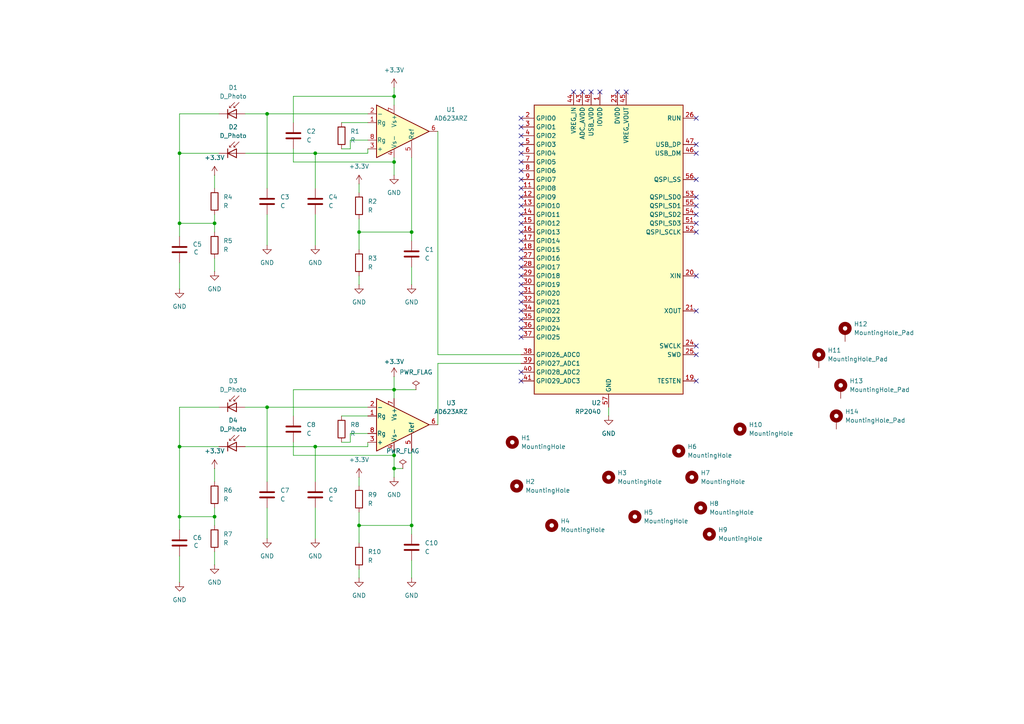
<source format=kicad_sch>
(kicad_sch
	(version 20231120)
	(generator "eeschema")
	(generator_version "8.0")
	(uuid "534d6320-da0e-400d-85ab-fed2817e27b2")
	(paper "A4")
	(lib_symbols
		(symbol "Amplifier_Instrumentation:AD623ARZ"
			(pin_names
				(offset 0.127)
			)
			(exclude_from_sim no)
			(in_bom yes)
			(on_board yes)
			(property "Reference" "U"
				(at 3.556 7.366 0)
				(effects
					(font
						(size 1.27 1.27)
					)
				)
			)
			(property "Value" "AD623ARZ"
				(at 6.604 5.334 0)
				(effects
					(font
						(size 1.27 1.27)
					)
				)
			)
			(property "Footprint" ""
				(at -2.54 0 0)
				(effects
					(font
						(size 1.27 1.27)
					)
					(hide yes)
				)
			)
			(property "Datasheet" "https://www.analog.com/media/en/technical-documentation/data-sheets/AD623.pdf"
				(at 11.43 -10.16 0)
				(effects
					(font
						(size 1.27 1.27)
					)
					(hide yes)
				)
			)
			(property "Description" "Single Supply, Rail to Rail, Instumentation Amplifier, RoHS, SOIC-8"
				(at 0 0 0)
				(effects
					(font
						(size 1.27 1.27)
					)
					(hide yes)
				)
			)
			(property "ki_keywords" "ad623 instumentation amplifier soic-8"
				(at 0 0 0)
				(effects
					(font
						(size 1.27 1.27)
					)
					(hide yes)
				)
			)
			(property "ki_fp_filters" "SOIC-8*"
				(at 0 0 0)
				(effects
					(font
						(size 1.27 1.27)
					)
					(hide yes)
				)
			)
			(symbol "AD623ARZ_0_1"
				(polyline
					(pts
						(xy -5.08 7.62) (xy -5.08 -7.62) (xy 10.16 0) (xy -5.08 7.62)
					)
					(stroke
						(width 0.254)
						(type default)
					)
					(fill
						(type background)
					)
				)
			)
			(symbol "AD623ARZ_1_1"
				(pin passive line
					(at -7.62 2.54 0)
					(length 2.54)
					(name "Rg"
						(effects
							(font
								(size 1.27 1.27)
							)
						)
					)
					(number "1"
						(effects
							(font
								(size 1.27 1.27)
							)
						)
					)
				)
				(pin input line
					(at -7.62 5.08 0)
					(length 2.54)
					(name "-"
						(effects
							(font
								(size 1.27 1.27)
							)
						)
					)
					(number "2"
						(effects
							(font
								(size 1.27 1.27)
							)
						)
					)
				)
				(pin input line
					(at -7.62 -5.08 0)
					(length 2.54)
					(name "+"
						(effects
							(font
								(size 1.27 1.27)
							)
						)
					)
					(number "3"
						(effects
							(font
								(size 1.27 1.27)
							)
						)
					)
				)
				(pin power_in line
					(at 0 -7.62 90)
					(length 2.54)
					(name "Vs-"
						(effects
							(font
								(size 1.27 1.27)
							)
						)
					)
					(number "4"
						(effects
							(font
								(size 1.27 1.27)
							)
						)
					)
				)
				(pin passive line
					(at 5.08 -7.62 90)
					(length 5.08)
					(name "Ref"
						(effects
							(font
								(size 1.27 1.27)
							)
						)
					)
					(number "5"
						(effects
							(font
								(size 1.27 1.27)
							)
						)
					)
				)
				(pin output line
					(at 12.7 0 180)
					(length 2.54)
					(name "~"
						(effects
							(font
								(size 1.27 1.27)
							)
						)
					)
					(number "6"
						(effects
							(font
								(size 1.27 1.27)
							)
						)
					)
				)
				(pin power_in line
					(at 0 7.62 270)
					(length 2.54)
					(name "Vs+"
						(effects
							(font
								(size 1.27 1.27)
							)
						)
					)
					(number "7"
						(effects
							(font
								(size 1.27 1.27)
							)
						)
					)
				)
				(pin passive line
					(at -7.62 -2.54 0)
					(length 2.54)
					(name "Rg"
						(effects
							(font
								(size 1.27 1.27)
							)
						)
					)
					(number "8"
						(effects
							(font
								(size 1.27 1.27)
							)
						)
					)
				)
			)
		)
		(symbol "Device:C"
			(pin_numbers hide)
			(pin_names
				(offset 0.254)
			)
			(exclude_from_sim no)
			(in_bom yes)
			(on_board yes)
			(property "Reference" "C"
				(at 0.635 2.54 0)
				(effects
					(font
						(size 1.27 1.27)
					)
					(justify left)
				)
			)
			(property "Value" "C"
				(at 0.635 -2.54 0)
				(effects
					(font
						(size 1.27 1.27)
					)
					(justify left)
				)
			)
			(property "Footprint" ""
				(at 0.9652 -3.81 0)
				(effects
					(font
						(size 1.27 1.27)
					)
					(hide yes)
				)
			)
			(property "Datasheet" "~"
				(at 0 0 0)
				(effects
					(font
						(size 1.27 1.27)
					)
					(hide yes)
				)
			)
			(property "Description" "Unpolarized capacitor"
				(at 0 0 0)
				(effects
					(font
						(size 1.27 1.27)
					)
					(hide yes)
				)
			)
			(property "ki_keywords" "cap capacitor"
				(at 0 0 0)
				(effects
					(font
						(size 1.27 1.27)
					)
					(hide yes)
				)
			)
			(property "ki_fp_filters" "C_*"
				(at 0 0 0)
				(effects
					(font
						(size 1.27 1.27)
					)
					(hide yes)
				)
			)
			(symbol "C_0_1"
				(polyline
					(pts
						(xy -2.032 -0.762) (xy 2.032 -0.762)
					)
					(stroke
						(width 0.508)
						(type default)
					)
					(fill
						(type none)
					)
				)
				(polyline
					(pts
						(xy -2.032 0.762) (xy 2.032 0.762)
					)
					(stroke
						(width 0.508)
						(type default)
					)
					(fill
						(type none)
					)
				)
			)
			(symbol "C_1_1"
				(pin passive line
					(at 0 3.81 270)
					(length 2.794)
					(name "~"
						(effects
							(font
								(size 1.27 1.27)
							)
						)
					)
					(number "1"
						(effects
							(font
								(size 1.27 1.27)
							)
						)
					)
				)
				(pin passive line
					(at 0 -3.81 90)
					(length 2.794)
					(name "~"
						(effects
							(font
								(size 1.27 1.27)
							)
						)
					)
					(number "2"
						(effects
							(font
								(size 1.27 1.27)
							)
						)
					)
				)
			)
		)
		(symbol "Device:D_Photo"
			(pin_numbers hide)
			(pin_names hide)
			(exclude_from_sim no)
			(in_bom yes)
			(on_board yes)
			(property "Reference" "D"
				(at 0.508 1.778 0)
				(effects
					(font
						(size 1.27 1.27)
					)
					(justify left)
				)
			)
			(property "Value" "D_Photo"
				(at -1.016 -2.794 0)
				(effects
					(font
						(size 1.27 1.27)
					)
				)
			)
			(property "Footprint" ""
				(at -1.27 0 0)
				(effects
					(font
						(size 1.27 1.27)
					)
					(hide yes)
				)
			)
			(property "Datasheet" "~"
				(at -1.27 0 0)
				(effects
					(font
						(size 1.27 1.27)
					)
					(hide yes)
				)
			)
			(property "Description" "Photodiode"
				(at 0 0 0)
				(effects
					(font
						(size 1.27 1.27)
					)
					(hide yes)
				)
			)
			(property "ki_keywords" "photodiode diode opto"
				(at 0 0 0)
				(effects
					(font
						(size 1.27 1.27)
					)
					(hide yes)
				)
			)
			(symbol "D_Photo_0_1"
				(polyline
					(pts
						(xy -2.54 1.27) (xy -2.54 -1.27)
					)
					(stroke
						(width 0.254)
						(type default)
					)
					(fill
						(type none)
					)
				)
				(polyline
					(pts
						(xy -2.032 1.778) (xy -1.524 1.778)
					)
					(stroke
						(width 0)
						(type default)
					)
					(fill
						(type none)
					)
				)
				(polyline
					(pts
						(xy 0 0) (xy -2.54 0)
					)
					(stroke
						(width 0)
						(type default)
					)
					(fill
						(type none)
					)
				)
				(polyline
					(pts
						(xy -0.508 3.302) (xy -2.032 1.778) (xy -2.032 2.286)
					)
					(stroke
						(width 0)
						(type default)
					)
					(fill
						(type none)
					)
				)
				(polyline
					(pts
						(xy 0 -1.27) (xy 0 1.27) (xy -2.54 0) (xy 0 -1.27)
					)
					(stroke
						(width 0.254)
						(type default)
					)
					(fill
						(type none)
					)
				)
				(polyline
					(pts
						(xy 0.762 3.302) (xy -0.762 1.778) (xy -0.762 2.286) (xy -0.762 1.778) (xy -0.254 1.778)
					)
					(stroke
						(width 0)
						(type default)
					)
					(fill
						(type none)
					)
				)
			)
			(symbol "D_Photo_1_1"
				(pin passive line
					(at -5.08 0 0)
					(length 2.54)
					(name "K"
						(effects
							(font
								(size 1.27 1.27)
							)
						)
					)
					(number "1"
						(effects
							(font
								(size 1.27 1.27)
							)
						)
					)
				)
				(pin passive line
					(at 2.54 0 180)
					(length 2.54)
					(name "A"
						(effects
							(font
								(size 1.27 1.27)
							)
						)
					)
					(number "2"
						(effects
							(font
								(size 1.27 1.27)
							)
						)
					)
				)
			)
		)
		(symbol "Device:R"
			(pin_numbers hide)
			(pin_names
				(offset 0)
			)
			(exclude_from_sim no)
			(in_bom yes)
			(on_board yes)
			(property "Reference" "R"
				(at 2.032 0 90)
				(effects
					(font
						(size 1.27 1.27)
					)
				)
			)
			(property "Value" "R"
				(at 0 0 90)
				(effects
					(font
						(size 1.27 1.27)
					)
				)
			)
			(property "Footprint" ""
				(at -1.778 0 90)
				(effects
					(font
						(size 1.27 1.27)
					)
					(hide yes)
				)
			)
			(property "Datasheet" "~"
				(at 0 0 0)
				(effects
					(font
						(size 1.27 1.27)
					)
					(hide yes)
				)
			)
			(property "Description" "Resistor"
				(at 0 0 0)
				(effects
					(font
						(size 1.27 1.27)
					)
					(hide yes)
				)
			)
			(property "ki_keywords" "R res resistor"
				(at 0 0 0)
				(effects
					(font
						(size 1.27 1.27)
					)
					(hide yes)
				)
			)
			(property "ki_fp_filters" "R_*"
				(at 0 0 0)
				(effects
					(font
						(size 1.27 1.27)
					)
					(hide yes)
				)
			)
			(symbol "R_0_1"
				(rectangle
					(start -1.016 -2.54)
					(end 1.016 2.54)
					(stroke
						(width 0.254)
						(type default)
					)
					(fill
						(type none)
					)
				)
			)
			(symbol "R_1_1"
				(pin passive line
					(at 0 3.81 270)
					(length 1.27)
					(name "~"
						(effects
							(font
								(size 1.27 1.27)
							)
						)
					)
					(number "1"
						(effects
							(font
								(size 1.27 1.27)
							)
						)
					)
				)
				(pin passive line
					(at 0 -3.81 90)
					(length 1.27)
					(name "~"
						(effects
							(font
								(size 1.27 1.27)
							)
						)
					)
					(number "2"
						(effects
							(font
								(size 1.27 1.27)
							)
						)
					)
				)
			)
		)
		(symbol "MCU_RaspberryPi:RP2040"
			(exclude_from_sim no)
			(in_bom yes)
			(on_board yes)
			(property "Reference" "U"
				(at 17.78 45.72 0)
				(effects
					(font
						(size 1.27 1.27)
					)
				)
			)
			(property "Value" "RP2040"
				(at 17.78 43.18 0)
				(effects
					(font
						(size 1.27 1.27)
					)
				)
			)
			(property "Footprint" "Package_DFN_QFN:QFN-56-1EP_7x7mm_P0.4mm_EP3.2x3.2mm"
				(at 0 0 0)
				(effects
					(font
						(size 1.27 1.27)
					)
					(hide yes)
				)
			)
			(property "Datasheet" "https://datasheets.raspberrypi.com/rp2040/rp2040-datasheet.pdf"
				(at 0 0 0)
				(effects
					(font
						(size 1.27 1.27)
					)
					(hide yes)
				)
			)
			(property "Description" "A microcontroller by Raspberry Pi"
				(at 0 0 0)
				(effects
					(font
						(size 1.27 1.27)
					)
					(hide yes)
				)
			)
			(property "ki_keywords" "RP2040 ARM Cortex-M0+ USB"
				(at 0 0 0)
				(effects
					(font
						(size 1.27 1.27)
					)
					(hide yes)
				)
			)
			(property "ki_fp_filters" "QFN*1EP*7x7mm?P0.4mm*"
				(at 0 0 0)
				(effects
					(font
						(size 1.27 1.27)
					)
					(hide yes)
				)
			)
			(symbol "RP2040_0_1"
				(rectangle
					(start -21.59 41.91)
					(end 21.59 -41.91)
					(stroke
						(width 0.254)
						(type default)
					)
					(fill
						(type background)
					)
				)
			)
			(symbol "RP2040_1_1"
				(pin power_in line
					(at 2.54 45.72 270)
					(length 3.81)
					(name "IOVDD"
						(effects
							(font
								(size 1.27 1.27)
							)
						)
					)
					(number "1"
						(effects
							(font
								(size 1.27 1.27)
							)
						)
					)
				)
				(pin passive line
					(at 2.54 45.72 270)
					(length 3.81) hide
					(name "IOVDD"
						(effects
							(font
								(size 1.27 1.27)
							)
						)
					)
					(number "10"
						(effects
							(font
								(size 1.27 1.27)
							)
						)
					)
				)
				(pin bidirectional line
					(at 25.4 17.78 180)
					(length 3.81)
					(name "GPIO8"
						(effects
							(font
								(size 1.27 1.27)
							)
						)
					)
					(number "11"
						(effects
							(font
								(size 1.27 1.27)
							)
						)
					)
				)
				(pin bidirectional line
					(at 25.4 15.24 180)
					(length 3.81)
					(name "GPIO9"
						(effects
							(font
								(size 1.27 1.27)
							)
						)
					)
					(number "12"
						(effects
							(font
								(size 1.27 1.27)
							)
						)
					)
				)
				(pin bidirectional line
					(at 25.4 12.7 180)
					(length 3.81)
					(name "GPIO10"
						(effects
							(font
								(size 1.27 1.27)
							)
						)
					)
					(number "13"
						(effects
							(font
								(size 1.27 1.27)
							)
						)
					)
				)
				(pin bidirectional line
					(at 25.4 10.16 180)
					(length 3.81)
					(name "GPIO11"
						(effects
							(font
								(size 1.27 1.27)
							)
						)
					)
					(number "14"
						(effects
							(font
								(size 1.27 1.27)
							)
						)
					)
				)
				(pin bidirectional line
					(at 25.4 7.62 180)
					(length 3.81)
					(name "GPIO12"
						(effects
							(font
								(size 1.27 1.27)
							)
						)
					)
					(number "15"
						(effects
							(font
								(size 1.27 1.27)
							)
						)
					)
				)
				(pin bidirectional line
					(at 25.4 5.08 180)
					(length 3.81)
					(name "GPIO13"
						(effects
							(font
								(size 1.27 1.27)
							)
						)
					)
					(number "16"
						(effects
							(font
								(size 1.27 1.27)
							)
						)
					)
				)
				(pin bidirectional line
					(at 25.4 2.54 180)
					(length 3.81)
					(name "GPIO14"
						(effects
							(font
								(size 1.27 1.27)
							)
						)
					)
					(number "17"
						(effects
							(font
								(size 1.27 1.27)
							)
						)
					)
				)
				(pin bidirectional line
					(at 25.4 0 180)
					(length 3.81)
					(name "GPIO15"
						(effects
							(font
								(size 1.27 1.27)
							)
						)
					)
					(number "18"
						(effects
							(font
								(size 1.27 1.27)
							)
						)
					)
				)
				(pin input line
					(at -25.4 -38.1 0)
					(length 3.81)
					(name "TESTEN"
						(effects
							(font
								(size 1.27 1.27)
							)
						)
					)
					(number "19"
						(effects
							(font
								(size 1.27 1.27)
							)
						)
					)
				)
				(pin bidirectional line
					(at 25.4 38.1 180)
					(length 3.81)
					(name "GPIO0"
						(effects
							(font
								(size 1.27 1.27)
							)
						)
					)
					(number "2"
						(effects
							(font
								(size 1.27 1.27)
							)
						)
					)
				)
				(pin input line
					(at -25.4 -7.62 0)
					(length 3.81)
					(name "XIN"
						(effects
							(font
								(size 1.27 1.27)
							)
						)
					)
					(number "20"
						(effects
							(font
								(size 1.27 1.27)
							)
						)
					)
				)
				(pin passive line
					(at -25.4 -17.78 0)
					(length 3.81)
					(name "XOUT"
						(effects
							(font
								(size 1.27 1.27)
							)
						)
					)
					(number "21"
						(effects
							(font
								(size 1.27 1.27)
							)
						)
					)
				)
				(pin passive line
					(at 2.54 45.72 270)
					(length 3.81) hide
					(name "IOVDD"
						(effects
							(font
								(size 1.27 1.27)
							)
						)
					)
					(number "22"
						(effects
							(font
								(size 1.27 1.27)
							)
						)
					)
				)
				(pin power_in line
					(at -2.54 45.72 270)
					(length 3.81)
					(name "DVDD"
						(effects
							(font
								(size 1.27 1.27)
							)
						)
					)
					(number "23"
						(effects
							(font
								(size 1.27 1.27)
							)
						)
					)
				)
				(pin input line
					(at -25.4 -27.94 0)
					(length 3.81)
					(name "SWCLK"
						(effects
							(font
								(size 1.27 1.27)
							)
						)
					)
					(number "24"
						(effects
							(font
								(size 1.27 1.27)
							)
						)
					)
				)
				(pin bidirectional line
					(at -25.4 -30.48 0)
					(length 3.81)
					(name "SWD"
						(effects
							(font
								(size 1.27 1.27)
							)
						)
					)
					(number "25"
						(effects
							(font
								(size 1.27 1.27)
							)
						)
					)
				)
				(pin input line
					(at -25.4 38.1 0)
					(length 3.81)
					(name "RUN"
						(effects
							(font
								(size 1.27 1.27)
							)
						)
					)
					(number "26"
						(effects
							(font
								(size 1.27 1.27)
							)
						)
					)
				)
				(pin bidirectional line
					(at 25.4 -2.54 180)
					(length 3.81)
					(name "GPIO16"
						(effects
							(font
								(size 1.27 1.27)
							)
						)
					)
					(number "27"
						(effects
							(font
								(size 1.27 1.27)
							)
						)
					)
				)
				(pin bidirectional line
					(at 25.4 -5.08 180)
					(length 3.81)
					(name "GPIO17"
						(effects
							(font
								(size 1.27 1.27)
							)
						)
					)
					(number "28"
						(effects
							(font
								(size 1.27 1.27)
							)
						)
					)
				)
				(pin bidirectional line
					(at 25.4 -7.62 180)
					(length 3.81)
					(name "GPIO18"
						(effects
							(font
								(size 1.27 1.27)
							)
						)
					)
					(number "29"
						(effects
							(font
								(size 1.27 1.27)
							)
						)
					)
				)
				(pin bidirectional line
					(at 25.4 35.56 180)
					(length 3.81)
					(name "GPIO1"
						(effects
							(font
								(size 1.27 1.27)
							)
						)
					)
					(number "3"
						(effects
							(font
								(size 1.27 1.27)
							)
						)
					)
				)
				(pin bidirectional line
					(at 25.4 -10.16 180)
					(length 3.81)
					(name "GPIO19"
						(effects
							(font
								(size 1.27 1.27)
							)
						)
					)
					(number "30"
						(effects
							(font
								(size 1.27 1.27)
							)
						)
					)
				)
				(pin bidirectional line
					(at 25.4 -12.7 180)
					(length 3.81)
					(name "GPIO20"
						(effects
							(font
								(size 1.27 1.27)
							)
						)
					)
					(number "31"
						(effects
							(font
								(size 1.27 1.27)
							)
						)
					)
				)
				(pin bidirectional line
					(at 25.4 -15.24 180)
					(length 3.81)
					(name "GPIO21"
						(effects
							(font
								(size 1.27 1.27)
							)
						)
					)
					(number "32"
						(effects
							(font
								(size 1.27 1.27)
							)
						)
					)
				)
				(pin passive line
					(at 2.54 45.72 270)
					(length 3.81) hide
					(name "IOVDD"
						(effects
							(font
								(size 1.27 1.27)
							)
						)
					)
					(number "33"
						(effects
							(font
								(size 1.27 1.27)
							)
						)
					)
				)
				(pin bidirectional line
					(at 25.4 -17.78 180)
					(length 3.81)
					(name "GPIO22"
						(effects
							(font
								(size 1.27 1.27)
							)
						)
					)
					(number "34"
						(effects
							(font
								(size 1.27 1.27)
							)
						)
					)
				)
				(pin bidirectional line
					(at 25.4 -20.32 180)
					(length 3.81)
					(name "GPIO23"
						(effects
							(font
								(size 1.27 1.27)
							)
						)
					)
					(number "35"
						(effects
							(font
								(size 1.27 1.27)
							)
						)
					)
				)
				(pin bidirectional line
					(at 25.4 -22.86 180)
					(length 3.81)
					(name "GPIO24"
						(effects
							(font
								(size 1.27 1.27)
							)
						)
					)
					(number "36"
						(effects
							(font
								(size 1.27 1.27)
							)
						)
					)
				)
				(pin bidirectional line
					(at 25.4 -25.4 180)
					(length 3.81)
					(name "GPIO25"
						(effects
							(font
								(size 1.27 1.27)
							)
						)
					)
					(number "37"
						(effects
							(font
								(size 1.27 1.27)
							)
						)
					)
				)
				(pin bidirectional line
					(at 25.4 -30.48 180)
					(length 3.81)
					(name "GPIO26_ADC0"
						(effects
							(font
								(size 1.27 1.27)
							)
						)
					)
					(number "38"
						(effects
							(font
								(size 1.27 1.27)
							)
						)
					)
				)
				(pin bidirectional line
					(at 25.4 -33.02 180)
					(length 3.81)
					(name "GPIO27_ADC1"
						(effects
							(font
								(size 1.27 1.27)
							)
						)
					)
					(number "39"
						(effects
							(font
								(size 1.27 1.27)
							)
						)
					)
				)
				(pin bidirectional line
					(at 25.4 33.02 180)
					(length 3.81)
					(name "GPIO2"
						(effects
							(font
								(size 1.27 1.27)
							)
						)
					)
					(number "4"
						(effects
							(font
								(size 1.27 1.27)
							)
						)
					)
				)
				(pin bidirectional line
					(at 25.4 -35.56 180)
					(length 3.81)
					(name "GPIO28_ADC2"
						(effects
							(font
								(size 1.27 1.27)
							)
						)
					)
					(number "40"
						(effects
							(font
								(size 1.27 1.27)
							)
						)
					)
				)
				(pin bidirectional line
					(at 25.4 -38.1 180)
					(length 3.81)
					(name "GPIO29_ADC3"
						(effects
							(font
								(size 1.27 1.27)
							)
						)
					)
					(number "41"
						(effects
							(font
								(size 1.27 1.27)
							)
						)
					)
				)
				(pin passive line
					(at 2.54 45.72 270)
					(length 3.81) hide
					(name "IOVDD"
						(effects
							(font
								(size 1.27 1.27)
							)
						)
					)
					(number "42"
						(effects
							(font
								(size 1.27 1.27)
							)
						)
					)
				)
				(pin power_in line
					(at 7.62 45.72 270)
					(length 3.81)
					(name "ADC_AVDD"
						(effects
							(font
								(size 1.27 1.27)
							)
						)
					)
					(number "43"
						(effects
							(font
								(size 1.27 1.27)
							)
						)
					)
				)
				(pin power_in line
					(at 10.16 45.72 270)
					(length 3.81)
					(name "VREG_IN"
						(effects
							(font
								(size 1.27 1.27)
							)
						)
					)
					(number "44"
						(effects
							(font
								(size 1.27 1.27)
							)
						)
					)
				)
				(pin power_out line
					(at -5.08 45.72 270)
					(length 3.81)
					(name "VREG_VOUT"
						(effects
							(font
								(size 1.27 1.27)
							)
						)
					)
					(number "45"
						(effects
							(font
								(size 1.27 1.27)
							)
						)
					)
				)
				(pin bidirectional line
					(at -25.4 27.94 0)
					(length 3.81)
					(name "USB_DM"
						(effects
							(font
								(size 1.27 1.27)
							)
						)
					)
					(number "46"
						(effects
							(font
								(size 1.27 1.27)
							)
						)
					)
				)
				(pin bidirectional line
					(at -25.4 30.48 0)
					(length 3.81)
					(name "USB_DP"
						(effects
							(font
								(size 1.27 1.27)
							)
						)
					)
					(number "47"
						(effects
							(font
								(size 1.27 1.27)
							)
						)
					)
				)
				(pin power_in line
					(at 5.08 45.72 270)
					(length 3.81)
					(name "USB_VDD"
						(effects
							(font
								(size 1.27 1.27)
							)
						)
					)
					(number "48"
						(effects
							(font
								(size 1.27 1.27)
							)
						)
					)
				)
				(pin passive line
					(at 2.54 45.72 270)
					(length 3.81) hide
					(name "IOVDD"
						(effects
							(font
								(size 1.27 1.27)
							)
						)
					)
					(number "49"
						(effects
							(font
								(size 1.27 1.27)
							)
						)
					)
				)
				(pin bidirectional line
					(at 25.4 30.48 180)
					(length 3.81)
					(name "GPIO3"
						(effects
							(font
								(size 1.27 1.27)
							)
						)
					)
					(number "5"
						(effects
							(font
								(size 1.27 1.27)
							)
						)
					)
				)
				(pin passive line
					(at -2.54 45.72 270)
					(length 3.81) hide
					(name "DVDD"
						(effects
							(font
								(size 1.27 1.27)
							)
						)
					)
					(number "50"
						(effects
							(font
								(size 1.27 1.27)
							)
						)
					)
				)
				(pin bidirectional line
					(at -25.4 7.62 0)
					(length 3.81)
					(name "QSPI_SD3"
						(effects
							(font
								(size 1.27 1.27)
							)
						)
					)
					(number "51"
						(effects
							(font
								(size 1.27 1.27)
							)
						)
					)
				)
				(pin output line
					(at -25.4 5.08 0)
					(length 3.81)
					(name "QSPI_SCLK"
						(effects
							(font
								(size 1.27 1.27)
							)
						)
					)
					(number "52"
						(effects
							(font
								(size 1.27 1.27)
							)
						)
					)
				)
				(pin bidirectional line
					(at -25.4 15.24 0)
					(length 3.81)
					(name "QSPI_SD0"
						(effects
							(font
								(size 1.27 1.27)
							)
						)
					)
					(number "53"
						(effects
							(font
								(size 1.27 1.27)
							)
						)
					)
				)
				(pin bidirectional line
					(at -25.4 10.16 0)
					(length 3.81)
					(name "QSPI_SD2"
						(effects
							(font
								(size 1.27 1.27)
							)
						)
					)
					(number "54"
						(effects
							(font
								(size 1.27 1.27)
							)
						)
					)
				)
				(pin bidirectional line
					(at -25.4 12.7 0)
					(length 3.81)
					(name "QSPI_SD1"
						(effects
							(font
								(size 1.27 1.27)
							)
						)
					)
					(number "55"
						(effects
							(font
								(size 1.27 1.27)
							)
						)
					)
				)
				(pin bidirectional line
					(at -25.4 20.32 0)
					(length 3.81)
					(name "QSPI_SS"
						(effects
							(font
								(size 1.27 1.27)
							)
						)
					)
					(number "56"
						(effects
							(font
								(size 1.27 1.27)
							)
						)
					)
				)
				(pin power_in line
					(at 0 -45.72 90)
					(length 3.81)
					(name "GND"
						(effects
							(font
								(size 1.27 1.27)
							)
						)
					)
					(number "57"
						(effects
							(font
								(size 1.27 1.27)
							)
						)
					)
				)
				(pin bidirectional line
					(at 25.4 27.94 180)
					(length 3.81)
					(name "GPIO4"
						(effects
							(font
								(size 1.27 1.27)
							)
						)
					)
					(number "6"
						(effects
							(font
								(size 1.27 1.27)
							)
						)
					)
				)
				(pin bidirectional line
					(at 25.4 25.4 180)
					(length 3.81)
					(name "GPIO5"
						(effects
							(font
								(size 1.27 1.27)
							)
						)
					)
					(number "7"
						(effects
							(font
								(size 1.27 1.27)
							)
						)
					)
				)
				(pin bidirectional line
					(at 25.4 22.86 180)
					(length 3.81)
					(name "GPIO6"
						(effects
							(font
								(size 1.27 1.27)
							)
						)
					)
					(number "8"
						(effects
							(font
								(size 1.27 1.27)
							)
						)
					)
				)
				(pin bidirectional line
					(at 25.4 20.32 180)
					(length 3.81)
					(name "GPIO7"
						(effects
							(font
								(size 1.27 1.27)
							)
						)
					)
					(number "9"
						(effects
							(font
								(size 1.27 1.27)
							)
						)
					)
				)
			)
		)
		(symbol "Mechanical:MountingHole"
			(pin_names
				(offset 1.016)
			)
			(exclude_from_sim yes)
			(in_bom no)
			(on_board yes)
			(property "Reference" "H"
				(at 0 5.08 0)
				(effects
					(font
						(size 1.27 1.27)
					)
				)
			)
			(property "Value" "MountingHole"
				(at 0 3.175 0)
				(effects
					(font
						(size 1.27 1.27)
					)
				)
			)
			(property "Footprint" ""
				(at 0 0 0)
				(effects
					(font
						(size 1.27 1.27)
					)
					(hide yes)
				)
			)
			(property "Datasheet" "~"
				(at 0 0 0)
				(effects
					(font
						(size 1.27 1.27)
					)
					(hide yes)
				)
			)
			(property "Description" "Mounting Hole without connection"
				(at 0 0 0)
				(effects
					(font
						(size 1.27 1.27)
					)
					(hide yes)
				)
			)
			(property "ki_keywords" "mounting hole"
				(at 0 0 0)
				(effects
					(font
						(size 1.27 1.27)
					)
					(hide yes)
				)
			)
			(property "ki_fp_filters" "MountingHole*"
				(at 0 0 0)
				(effects
					(font
						(size 1.27 1.27)
					)
					(hide yes)
				)
			)
			(symbol "MountingHole_0_1"
				(circle
					(center 0 0)
					(radius 1.27)
					(stroke
						(width 1.27)
						(type default)
					)
					(fill
						(type none)
					)
				)
			)
		)
		(symbol "Mechanical:MountingHole_Pad"
			(pin_numbers hide)
			(pin_names
				(offset 1.016) hide)
			(exclude_from_sim yes)
			(in_bom no)
			(on_board yes)
			(property "Reference" "H"
				(at 0 6.35 0)
				(effects
					(font
						(size 1.27 1.27)
					)
				)
			)
			(property "Value" "MountingHole_Pad"
				(at 0 4.445 0)
				(effects
					(font
						(size 1.27 1.27)
					)
				)
			)
			(property "Footprint" ""
				(at 0 0 0)
				(effects
					(font
						(size 1.27 1.27)
					)
					(hide yes)
				)
			)
			(property "Datasheet" "~"
				(at 0 0 0)
				(effects
					(font
						(size 1.27 1.27)
					)
					(hide yes)
				)
			)
			(property "Description" "Mounting Hole with connection"
				(at 0 0 0)
				(effects
					(font
						(size 1.27 1.27)
					)
					(hide yes)
				)
			)
			(property "ki_keywords" "mounting hole"
				(at 0 0 0)
				(effects
					(font
						(size 1.27 1.27)
					)
					(hide yes)
				)
			)
			(property "ki_fp_filters" "MountingHole*Pad*"
				(at 0 0 0)
				(effects
					(font
						(size 1.27 1.27)
					)
					(hide yes)
				)
			)
			(symbol "MountingHole_Pad_0_1"
				(circle
					(center 0 1.27)
					(radius 1.27)
					(stroke
						(width 1.27)
						(type default)
					)
					(fill
						(type none)
					)
				)
			)
			(symbol "MountingHole_Pad_1_1"
				(pin input line
					(at 0 -2.54 90)
					(length 2.54)
					(name "1"
						(effects
							(font
								(size 1.27 1.27)
							)
						)
					)
					(number "1"
						(effects
							(font
								(size 1.27 1.27)
							)
						)
					)
				)
			)
		)
		(symbol "power:+3.3V"
			(power)
			(pin_numbers hide)
			(pin_names
				(offset 0) hide)
			(exclude_from_sim no)
			(in_bom yes)
			(on_board yes)
			(property "Reference" "#PWR"
				(at 0 -3.81 0)
				(effects
					(font
						(size 1.27 1.27)
					)
					(hide yes)
				)
			)
			(property "Value" "+3.3V"
				(at 0 3.556 0)
				(effects
					(font
						(size 1.27 1.27)
					)
				)
			)
			(property "Footprint" ""
				(at 0 0 0)
				(effects
					(font
						(size 1.27 1.27)
					)
					(hide yes)
				)
			)
			(property "Datasheet" ""
				(at 0 0 0)
				(effects
					(font
						(size 1.27 1.27)
					)
					(hide yes)
				)
			)
			(property "Description" "Power symbol creates a global label with name \"+3.3V\""
				(at 0 0 0)
				(effects
					(font
						(size 1.27 1.27)
					)
					(hide yes)
				)
			)
			(property "ki_keywords" "global power"
				(at 0 0 0)
				(effects
					(font
						(size 1.27 1.27)
					)
					(hide yes)
				)
			)
			(symbol "+3.3V_0_1"
				(polyline
					(pts
						(xy -0.762 1.27) (xy 0 2.54)
					)
					(stroke
						(width 0)
						(type default)
					)
					(fill
						(type none)
					)
				)
				(polyline
					(pts
						(xy 0 0) (xy 0 2.54)
					)
					(stroke
						(width 0)
						(type default)
					)
					(fill
						(type none)
					)
				)
				(polyline
					(pts
						(xy 0 2.54) (xy 0.762 1.27)
					)
					(stroke
						(width 0)
						(type default)
					)
					(fill
						(type none)
					)
				)
			)
			(symbol "+3.3V_1_1"
				(pin power_in line
					(at 0 0 90)
					(length 0)
					(name "~"
						(effects
							(font
								(size 1.27 1.27)
							)
						)
					)
					(number "1"
						(effects
							(font
								(size 1.27 1.27)
							)
						)
					)
				)
			)
		)
		(symbol "power:GND"
			(power)
			(pin_numbers hide)
			(pin_names
				(offset 0) hide)
			(exclude_from_sim no)
			(in_bom yes)
			(on_board yes)
			(property "Reference" "#PWR"
				(at 0 -6.35 0)
				(effects
					(font
						(size 1.27 1.27)
					)
					(hide yes)
				)
			)
			(property "Value" "GND"
				(at 0 -3.81 0)
				(effects
					(font
						(size 1.27 1.27)
					)
				)
			)
			(property "Footprint" ""
				(at 0 0 0)
				(effects
					(font
						(size 1.27 1.27)
					)
					(hide yes)
				)
			)
			(property "Datasheet" ""
				(at 0 0 0)
				(effects
					(font
						(size 1.27 1.27)
					)
					(hide yes)
				)
			)
			(property "Description" "Power symbol creates a global label with name \"GND\" , ground"
				(at 0 0 0)
				(effects
					(font
						(size 1.27 1.27)
					)
					(hide yes)
				)
			)
			(property "ki_keywords" "global power"
				(at 0 0 0)
				(effects
					(font
						(size 1.27 1.27)
					)
					(hide yes)
				)
			)
			(symbol "GND_0_1"
				(polyline
					(pts
						(xy 0 0) (xy 0 -1.27) (xy 1.27 -1.27) (xy 0 -2.54) (xy -1.27 -1.27) (xy 0 -1.27)
					)
					(stroke
						(width 0)
						(type default)
					)
					(fill
						(type none)
					)
				)
			)
			(symbol "GND_1_1"
				(pin power_in line
					(at 0 0 270)
					(length 0)
					(name "~"
						(effects
							(font
								(size 1.27 1.27)
							)
						)
					)
					(number "1"
						(effects
							(font
								(size 1.27 1.27)
							)
						)
					)
				)
			)
		)
		(symbol "power:PWR_FLAG"
			(power)
			(pin_numbers hide)
			(pin_names
				(offset 0) hide)
			(exclude_from_sim no)
			(in_bom yes)
			(on_board yes)
			(property "Reference" "#FLG"
				(at 0 1.905 0)
				(effects
					(font
						(size 1.27 1.27)
					)
					(hide yes)
				)
			)
			(property "Value" "PWR_FLAG"
				(at 0 3.81 0)
				(effects
					(font
						(size 1.27 1.27)
					)
				)
			)
			(property "Footprint" ""
				(at 0 0 0)
				(effects
					(font
						(size 1.27 1.27)
					)
					(hide yes)
				)
			)
			(property "Datasheet" "~"
				(at 0 0 0)
				(effects
					(font
						(size 1.27 1.27)
					)
					(hide yes)
				)
			)
			(property "Description" "Special symbol for telling ERC where power comes from"
				(at 0 0 0)
				(effects
					(font
						(size 1.27 1.27)
					)
					(hide yes)
				)
			)
			(property "ki_keywords" "flag power"
				(at 0 0 0)
				(effects
					(font
						(size 1.27 1.27)
					)
					(hide yes)
				)
			)
			(symbol "PWR_FLAG_0_0"
				(pin power_out line
					(at 0 0 90)
					(length 0)
					(name "~"
						(effects
							(font
								(size 1.27 1.27)
							)
						)
					)
					(number "1"
						(effects
							(font
								(size 1.27 1.27)
							)
						)
					)
				)
			)
			(symbol "PWR_FLAG_0_1"
				(polyline
					(pts
						(xy 0 0) (xy 0 1.27) (xy -1.016 1.905) (xy 0 2.54) (xy 1.016 1.905) (xy 0 1.27)
					)
					(stroke
						(width 0)
						(type default)
					)
					(fill
						(type none)
					)
				)
			)
		)
	)
	(junction
		(at 114.3 135.89)
		(diameter 0)
		(color 0 0 0 0)
		(uuid "0abf71ab-ec20-4c88-bc27-88aa5b72c279")
	)
	(junction
		(at 52.07 44.45)
		(diameter 0)
		(color 0 0 0 0)
		(uuid "0fc64924-b26c-4365-94af-5dfaea6bc893")
	)
	(junction
		(at 114.3 132.08)
		(diameter 0)
		(color 0 0 0 0)
		(uuid "11b30236-5494-4e34-af70-1855b073b1ad")
	)
	(junction
		(at 91.44 129.54)
		(diameter 0)
		(color 0 0 0 0)
		(uuid "13e88c1b-37a4-46c1-913d-f4edc17b44cb")
	)
	(junction
		(at 114.3 46.99)
		(diameter 0)
		(color 0 0 0 0)
		(uuid "1e2266f8-d2d9-4290-a5da-e57405f26f53")
	)
	(junction
		(at 104.14 152.4)
		(diameter 0)
		(color 0 0 0 0)
		(uuid "24939981-d00d-4c35-821c-1ed104d13203")
	)
	(junction
		(at 52.07 149.86)
		(diameter 0)
		(color 0 0 0 0)
		(uuid "27a2c477-5b6c-49e8-ae24-089b51f0a2bc")
	)
	(junction
		(at 52.07 64.77)
		(diameter 0)
		(color 0 0 0 0)
		(uuid "2ead671b-30b0-48e7-810a-bc5ca1c4ceda")
	)
	(junction
		(at 119.38 152.4)
		(diameter 0)
		(color 0 0 0 0)
		(uuid "3621156f-3986-4050-a260-13babf6f37fd")
	)
	(junction
		(at 114.3 27.94)
		(diameter 0)
		(color 0 0 0 0)
		(uuid "4399d66e-5442-43e8-bc51-4dacbec9ef3a")
	)
	(junction
		(at 62.23 149.86)
		(diameter 0)
		(color 0 0 0 0)
		(uuid "481c84c6-1404-4dc1-b3dd-4058c5dfd56d")
	)
	(junction
		(at 114.3 113.03)
		(diameter 0)
		(color 0 0 0 0)
		(uuid "48e75b48-d281-4b3b-ae31-daf919d736ab")
	)
	(junction
		(at 119.38 67.31)
		(diameter 0)
		(color 0 0 0 0)
		(uuid "51620f7f-578d-4b17-8183-fea267a573a0")
	)
	(junction
		(at 77.47 33.02)
		(diameter 0)
		(color 0 0 0 0)
		(uuid "553236e7-4bcd-44bc-914a-458f538ff526")
	)
	(junction
		(at 52.07 129.54)
		(diameter 0)
		(color 0 0 0 0)
		(uuid "caf439f6-5343-48f0-bec1-864fd63584ab")
	)
	(junction
		(at 77.47 118.11)
		(diameter 0)
		(color 0 0 0 0)
		(uuid "e81cb57d-2b71-498c-953c-0b4679b7e985")
	)
	(junction
		(at 62.23 64.77)
		(diameter 0)
		(color 0 0 0 0)
		(uuid "eb3e42e6-f3d7-4ca6-b44f-abf47f07f954")
	)
	(junction
		(at 104.14 67.31)
		(diameter 0)
		(color 0 0 0 0)
		(uuid "f0992572-a98b-481c-81ec-ef1568b8809e")
	)
	(junction
		(at 91.44 44.45)
		(diameter 0)
		(color 0 0 0 0)
		(uuid "fc2488c3-8a66-4507-941a-64544d5280c7")
	)
	(no_connect
		(at 173.99 26.67)
		(uuid "082767b3-0381-404e-8fff-1d4bf1b3dc71")
	)
	(no_connect
		(at 151.13 110.49)
		(uuid "09dd1148-8ef9-4cf8-85f9-77da30a88322")
	)
	(no_connect
		(at 168.91 26.67)
		(uuid "0bd4e888-69e2-425c-94b2-541fa7565b09")
	)
	(no_connect
		(at 201.93 102.87)
		(uuid "123a3c1a-ed9b-415a-a8f0-8bc54b583dd2")
	)
	(no_connect
		(at 151.13 41.91)
		(uuid "1cad4fde-89cd-40de-9691-a1d2738cdd9e")
	)
	(no_connect
		(at 151.13 87.63)
		(uuid "251eb013-80ea-4fd0-9df2-4bc6cb797aec")
	)
	(no_connect
		(at 151.13 72.39)
		(uuid "2a506f59-1ccb-49b0-abf7-ef6d279164f6")
	)
	(no_connect
		(at 151.13 92.71)
		(uuid "2b642374-5441-459a-9cd8-a0deb26818f0")
	)
	(no_connect
		(at 151.13 69.85)
		(uuid "2e38e639-b7b8-4b51-9bc6-09d241f9950c")
	)
	(no_connect
		(at 151.13 67.31)
		(uuid "317e78bf-e3c1-4165-b667-0d936de79e20")
	)
	(no_connect
		(at 151.13 74.93)
		(uuid "3e946d77-73ad-4311-b934-b40ddd75ebd9")
	)
	(no_connect
		(at 151.13 59.69)
		(uuid "48d8c549-de3b-4f29-ba83-13046169a65c")
	)
	(no_connect
		(at 151.13 44.45)
		(uuid "49bab5f0-e837-43b3-841a-af6282c01e99")
	)
	(no_connect
		(at 201.93 52.07)
		(uuid "52fb6253-ed15-40a6-b058-ec3f675431e0")
	)
	(no_connect
		(at 201.93 44.45)
		(uuid "56566d13-9744-42a4-a0f4-3993883f8f2b")
	)
	(no_connect
		(at 201.93 100.33)
		(uuid "5a290740-cb97-4284-907d-16c694fd58ea")
	)
	(no_connect
		(at 151.13 34.29)
		(uuid "5bcef036-2d2b-4c61-9993-631d493a5a99")
	)
	(no_connect
		(at 201.93 34.29)
		(uuid "62121ca1-34cb-4a17-9231-11ccad12ac56")
	)
	(no_connect
		(at 201.93 110.49)
		(uuid "632c0706-1697-4cf3-91d8-b2f4e4ab253d")
	)
	(no_connect
		(at 151.13 64.77)
		(uuid "63dc0201-6c93-4c8a-890d-8c7b3c2cd8a8")
	)
	(no_connect
		(at 201.93 57.15)
		(uuid "6ab93f6c-df70-4363-a11a-6e4101c79efb")
	)
	(no_connect
		(at 151.13 107.95)
		(uuid "6af72e3d-1985-41e6-990e-39ca3a599a08")
	)
	(no_connect
		(at 151.13 52.07)
		(uuid "78488dd0-b4b2-4cf0-b872-4971b66e7a7d")
	)
	(no_connect
		(at 151.13 54.61)
		(uuid "7d615c3b-b1bc-43d0-a61f-adcdebd456a9")
	)
	(no_connect
		(at 151.13 62.23)
		(uuid "7e7ed2ca-1f99-43aa-bc04-f9a5f347400c")
	)
	(no_connect
		(at 179.07 26.67)
		(uuid "84da4dde-8c8d-4fea-ac34-336a5a0a7b4d")
	)
	(no_connect
		(at 151.13 82.55)
		(uuid "91f787fa-da02-47ae-a94b-13013b126daf")
	)
	(no_connect
		(at 201.93 59.69)
		(uuid "9232aac7-a0a7-4c0b-ad92-5f77390ee51e")
	)
	(no_connect
		(at 151.13 95.25)
		(uuid "969ec3a6-5d78-4bf7-ac2d-b92e6fd840db")
	)
	(no_connect
		(at 201.93 41.91)
		(uuid "976d1514-e112-4b0a-aae1-032d159ab7c9")
	)
	(no_connect
		(at 201.93 64.77)
		(uuid "99eff498-dc2e-43cc-a8a7-a21500b5034e")
	)
	(no_connect
		(at 151.13 49.53)
		(uuid "9b56c2b5-6138-45fe-b627-85b37591593d")
	)
	(no_connect
		(at 151.13 85.09)
		(uuid "a6847422-18ed-4efc-9980-97bbe564a759")
	)
	(no_connect
		(at 151.13 77.47)
		(uuid "a84607bb-8343-4a66-a821-3b49a0fdbb3b")
	)
	(no_connect
		(at 171.45 26.67)
		(uuid "aa069335-7a97-4b2e-bb72-c135719a779e")
	)
	(no_connect
		(at 151.13 80.01)
		(uuid "ae6bc28d-71c7-4971-8785-9cc0d8a01d07")
	)
	(no_connect
		(at 151.13 90.17)
		(uuid "b26ffe6c-9297-4001-9c12-07635a1e7431")
	)
	(no_connect
		(at 201.93 80.01)
		(uuid "b2c02272-bc3d-42eb-ab40-b6b9a2895412")
	)
	(no_connect
		(at 151.13 46.99)
		(uuid "b54b39ae-4d5e-42ed-b460-32f8b04acc41")
	)
	(no_connect
		(at 201.93 67.31)
		(uuid "b5a92f1d-f26a-4115-b125-4d4828c57d0c")
	)
	(no_connect
		(at 201.93 90.17)
		(uuid "b5c058f5-3b08-4942-a823-2d23dfbaa0c4")
	)
	(no_connect
		(at 151.13 36.83)
		(uuid "b710b646-6f48-4b6e-8738-1e52010f681c")
	)
	(no_connect
		(at 201.93 62.23)
		(uuid "bfb9cc21-4af5-4c32-a4da-d07ffe7a2ef0")
	)
	(no_connect
		(at 151.13 39.37)
		(uuid "d35beb0b-6e4a-479d-8b82-63dfd0a137f0")
	)
	(no_connect
		(at 166.37 26.67)
		(uuid "e0223757-99a5-4006-abd8-6069662a1260")
	)
	(no_connect
		(at 151.13 97.79)
		(uuid "e816649e-7037-4baf-8318-a13a3d660d2d")
	)
	(no_connect
		(at 151.13 57.15)
		(uuid "f9ddb80b-eebc-4fb1-89ce-db97fd7da5ff")
	)
	(no_connect
		(at 181.61 26.67)
		(uuid "fd376572-8869-4790-b28c-0b6b2e475c7c")
	)
	(wire
		(pts
			(xy 119.38 67.31) (xy 119.38 69.85)
		)
		(stroke
			(width 0)
			(type default)
		)
		(uuid "02b39e22-4666-4d6f-b8ae-08ed85adaf58")
	)
	(wire
		(pts
			(xy 127 102.87) (xy 151.13 102.87)
		)
		(stroke
			(width 0)
			(type default)
		)
		(uuid "03cb8261-d48d-4b65-85c5-5ec9e1540336")
	)
	(wire
		(pts
			(xy 114.3 113.03) (xy 120.65 113.03)
		)
		(stroke
			(width 0)
			(type default)
		)
		(uuid "06fade09-1a95-45af-be82-f72949ea75a7")
	)
	(wire
		(pts
			(xy 77.47 118.11) (xy 77.47 139.7)
		)
		(stroke
			(width 0)
			(type default)
		)
		(uuid "07fea556-9afe-418d-ac0d-58c00f9897b3")
	)
	(wire
		(pts
			(xy 71.12 118.11) (xy 77.47 118.11)
		)
		(stroke
			(width 0)
			(type default)
		)
		(uuid "09b2f18c-9148-4e04-a88b-8e72dcaead61")
	)
	(wire
		(pts
			(xy 114.3 27.94) (xy 114.3 30.48)
		)
		(stroke
			(width 0)
			(type default)
		)
		(uuid "0af25f61-9d79-4780-a9d6-ec2e4fe55051")
	)
	(wire
		(pts
			(xy 106.68 44.45) (xy 106.68 43.18)
		)
		(stroke
			(width 0)
			(type default)
		)
		(uuid "19b7fa74-8866-4ecb-b1a1-4b57c7a0ca65")
	)
	(wire
		(pts
			(xy 62.23 50.8) (xy 62.23 54.61)
		)
		(stroke
			(width 0)
			(type default)
		)
		(uuid "1cc33986-2543-4140-b401-73ae667feca9")
	)
	(wire
		(pts
			(xy 85.09 113.03) (xy 114.3 113.03)
		)
		(stroke
			(width 0)
			(type default)
		)
		(uuid "25d48e4b-ee89-431b-a91f-b03c6de9b920")
	)
	(wire
		(pts
			(xy 127 105.41) (xy 127 123.19)
		)
		(stroke
			(width 0)
			(type default)
		)
		(uuid "26d01ae2-2736-4ce1-bca5-a4e5a3ba8bc1")
	)
	(wire
		(pts
			(xy 77.47 33.02) (xy 106.68 33.02)
		)
		(stroke
			(width 0)
			(type default)
		)
		(uuid "273ddceb-268d-4afc-bd97-b2190de36f32")
	)
	(wire
		(pts
			(xy 101.6 125.73) (xy 106.68 125.73)
		)
		(stroke
			(width 0)
			(type default)
		)
		(uuid "2a82e50b-8b9c-47bb-8df2-8e031ee825ab")
	)
	(wire
		(pts
			(xy 62.23 64.77) (xy 62.23 67.31)
		)
		(stroke
			(width 0)
			(type default)
		)
		(uuid "2c97b21a-47be-44ad-a92c-eaf7a868b8f4")
	)
	(wire
		(pts
			(xy 114.3 135.89) (xy 116.84 135.89)
		)
		(stroke
			(width 0)
			(type default)
		)
		(uuid "2f8ce419-5698-4015-a2fd-9b8f7648fa71")
	)
	(wire
		(pts
			(xy 77.47 156.21) (xy 77.47 147.32)
		)
		(stroke
			(width 0)
			(type default)
		)
		(uuid "2f9f0ec4-ea07-49cb-944d-1d6421b159af")
	)
	(wire
		(pts
			(xy 85.09 128.27) (xy 85.09 132.08)
		)
		(stroke
			(width 0)
			(type default)
		)
		(uuid "31af8038-b254-471e-975b-b5326cce0341")
	)
	(wire
		(pts
			(xy 62.23 62.23) (xy 62.23 64.77)
		)
		(stroke
			(width 0)
			(type default)
		)
		(uuid "34179168-3c5b-4d6c-b22c-b58de5e3cf1b")
	)
	(wire
		(pts
			(xy 52.07 118.11) (xy 63.5 118.11)
		)
		(stroke
			(width 0)
			(type default)
		)
		(uuid "3493866a-4247-4f62-b10e-ae94ecde75a4")
	)
	(wire
		(pts
			(xy 71.12 129.54) (xy 91.44 129.54)
		)
		(stroke
			(width 0)
			(type default)
		)
		(uuid "3616e14d-3569-42fd-a043-edd0aa887d73")
	)
	(wire
		(pts
			(xy 114.3 132.08) (xy 114.3 135.89)
		)
		(stroke
			(width 0)
			(type default)
		)
		(uuid "36cad3d9-510e-43bc-a005-2f2b95c8f7d1")
	)
	(wire
		(pts
			(xy 85.09 46.99) (xy 114.3 46.99)
		)
		(stroke
			(width 0)
			(type default)
		)
		(uuid "36e1a052-4360-4932-91f6-937168e8df87")
	)
	(wire
		(pts
			(xy 77.47 118.11) (xy 106.68 118.11)
		)
		(stroke
			(width 0)
			(type default)
		)
		(uuid "39434ccc-98d3-4a9c-a957-156459e93ed5")
	)
	(wire
		(pts
			(xy 52.07 149.86) (xy 52.07 129.54)
		)
		(stroke
			(width 0)
			(type default)
		)
		(uuid "3df6f55d-fcb4-4195-a030-441454f0811a")
	)
	(wire
		(pts
			(xy 101.6 43.18) (xy 101.6 40.64)
		)
		(stroke
			(width 0)
			(type default)
		)
		(uuid "407fa200-7a82-42fa-928a-f81db4c1775c")
	)
	(wire
		(pts
			(xy 119.38 77.47) (xy 119.38 82.55)
		)
		(stroke
			(width 0)
			(type default)
		)
		(uuid "44536692-3668-4328-b0ee-0ffca33164ca")
	)
	(wire
		(pts
			(xy 114.3 46.99) (xy 114.3 45.72)
		)
		(stroke
			(width 0)
			(type default)
		)
		(uuid "446f35b4-5625-4641-8a4f-badbb860a470")
	)
	(wire
		(pts
			(xy 114.3 109.22) (xy 114.3 113.03)
		)
		(stroke
			(width 0)
			(type default)
		)
		(uuid "44e8f023-78fb-4379-8fc6-f639630a31d4")
	)
	(wire
		(pts
			(xy 104.14 138.43) (xy 104.14 140.97)
		)
		(stroke
			(width 0)
			(type default)
		)
		(uuid "473718a9-b09e-4f9e-b6eb-a8933402cd88")
	)
	(wire
		(pts
			(xy 127 38.1) (xy 127 102.87)
		)
		(stroke
			(width 0)
			(type default)
		)
		(uuid "491c9db9-aebb-4ed8-bd8f-e72d78f6e652")
	)
	(wire
		(pts
			(xy 104.14 80.01) (xy 104.14 82.55)
		)
		(stroke
			(width 0)
			(type default)
		)
		(uuid "4a88ac91-9fe6-4185-8839-df50cd405e58")
	)
	(wire
		(pts
			(xy 91.44 156.21) (xy 91.44 147.32)
		)
		(stroke
			(width 0)
			(type default)
		)
		(uuid "504096ee-e244-4e8e-bf78-ef59ee03faca")
	)
	(wire
		(pts
			(xy 85.09 113.03) (xy 85.09 120.65)
		)
		(stroke
			(width 0)
			(type default)
		)
		(uuid "50f271bb-4741-4679-86b2-68f55d3a7f5f")
	)
	(wire
		(pts
			(xy 99.06 128.27) (xy 101.6 128.27)
		)
		(stroke
			(width 0)
			(type default)
		)
		(uuid "52d18a00-1f08-4266-8f6f-a7375dc5205f")
	)
	(wire
		(pts
			(xy 104.14 165.1) (xy 104.14 167.64)
		)
		(stroke
			(width 0)
			(type default)
		)
		(uuid "54798318-93bb-4047-ae22-31ef10a8496f")
	)
	(wire
		(pts
			(xy 52.07 168.91) (xy 52.07 161.29)
		)
		(stroke
			(width 0)
			(type default)
		)
		(uuid "5daf076f-587f-4b9c-a2de-19fdd181bd49")
	)
	(wire
		(pts
			(xy 104.14 152.4) (xy 119.38 152.4)
		)
		(stroke
			(width 0)
			(type default)
		)
		(uuid "5ddb38ba-f9b0-4412-bbaa-78b1e522018e")
	)
	(wire
		(pts
			(xy 52.07 44.45) (xy 52.07 33.02)
		)
		(stroke
			(width 0)
			(type default)
		)
		(uuid "629749c8-62a9-44e0-9fc7-ba8716426e90")
	)
	(wire
		(pts
			(xy 91.44 44.45) (xy 106.68 44.45)
		)
		(stroke
			(width 0)
			(type default)
		)
		(uuid "63894167-0e28-4255-93fc-5585cfae9bcc")
	)
	(wire
		(pts
			(xy 119.38 130.81) (xy 119.38 152.4)
		)
		(stroke
			(width 0)
			(type default)
		)
		(uuid "64580b83-0aef-4618-8292-91906605f333")
	)
	(wire
		(pts
			(xy 101.6 40.64) (xy 106.68 40.64)
		)
		(stroke
			(width 0)
			(type default)
		)
		(uuid "6917673b-82c4-4e01-97dd-39d63c884c00")
	)
	(wire
		(pts
			(xy 114.3 113.03) (xy 114.3 115.57)
		)
		(stroke
			(width 0)
			(type default)
		)
		(uuid "6f7151ed-7261-4179-8701-ea244b4f84ec")
	)
	(wire
		(pts
			(xy 62.23 149.86) (xy 52.07 149.86)
		)
		(stroke
			(width 0)
			(type default)
		)
		(uuid "6f9a6267-88db-4e63-b46e-59617d512905")
	)
	(wire
		(pts
			(xy 99.06 35.56) (xy 106.68 35.56)
		)
		(stroke
			(width 0)
			(type default)
		)
		(uuid "73ae4aa1-3866-4e43-bdbb-88d7fa467189")
	)
	(wire
		(pts
			(xy 91.44 71.12) (xy 91.44 62.23)
		)
		(stroke
			(width 0)
			(type default)
		)
		(uuid "7fe031e9-1fdd-4b4a-b0a0-5dadbd60b9d6")
	)
	(wire
		(pts
			(xy 114.3 50.8) (xy 114.3 46.99)
		)
		(stroke
			(width 0)
			(type default)
		)
		(uuid "808ed008-07ea-4ec6-89e1-fd21310d4944")
	)
	(wire
		(pts
			(xy 85.09 132.08) (xy 114.3 132.08)
		)
		(stroke
			(width 0)
			(type default)
		)
		(uuid "92452e07-be57-461f-8d88-73180e5179db")
	)
	(wire
		(pts
			(xy 52.07 129.54) (xy 52.07 118.11)
		)
		(stroke
			(width 0)
			(type default)
		)
		(uuid "944a96c3-2e90-4e36-87bd-032a9ffc6102")
	)
	(wire
		(pts
			(xy 119.38 45.72) (xy 119.38 67.31)
		)
		(stroke
			(width 0)
			(type default)
		)
		(uuid "9511cd1e-8d33-4de8-b91e-c99fd21b5105")
	)
	(wire
		(pts
			(xy 104.14 67.31) (xy 119.38 67.31)
		)
		(stroke
			(width 0)
			(type default)
		)
		(uuid "9b9efefd-377e-4042-9003-9f636a893bbe")
	)
	(wire
		(pts
			(xy 99.06 43.18) (xy 101.6 43.18)
		)
		(stroke
			(width 0)
			(type default)
		)
		(uuid "9da8ddc9-2280-42fe-9207-2c3cdead21a3")
	)
	(wire
		(pts
			(xy 104.14 152.4) (xy 104.14 157.48)
		)
		(stroke
			(width 0)
			(type default)
		)
		(uuid "a042d4fc-485b-444e-adfe-08fb1b0ace3a")
	)
	(wire
		(pts
			(xy 114.3 135.89) (xy 114.3 138.43)
		)
		(stroke
			(width 0)
			(type default)
		)
		(uuid "a1af7ff1-fecc-4aa1-aad0-ca393a1f5bd1")
	)
	(wire
		(pts
			(xy 62.23 78.74) (xy 62.23 74.93)
		)
		(stroke
			(width 0)
			(type default)
		)
		(uuid "a1c6280d-b6a7-4d55-9bd6-1d65a43fdcfa")
	)
	(wire
		(pts
			(xy 52.07 83.82) (xy 52.07 76.2)
		)
		(stroke
			(width 0)
			(type default)
		)
		(uuid "a66cd48b-d7e9-4435-a91f-2510a0b203ee")
	)
	(wire
		(pts
			(xy 106.68 129.54) (xy 106.68 128.27)
		)
		(stroke
			(width 0)
			(type default)
		)
		(uuid "a682bdd9-8aca-4d05-be8f-6441bff50dec")
	)
	(wire
		(pts
			(xy 52.07 149.86) (xy 52.07 153.67)
		)
		(stroke
			(width 0)
			(type default)
		)
		(uuid "a752fdbb-bf2c-411b-b2cf-d7b7cf766963")
	)
	(wire
		(pts
			(xy 114.3 25.4) (xy 114.3 27.94)
		)
		(stroke
			(width 0)
			(type default)
		)
		(uuid "a8cff061-2966-4e65-8e43-a4e4a0ef6156")
	)
	(wire
		(pts
			(xy 52.07 129.54) (xy 63.5 129.54)
		)
		(stroke
			(width 0)
			(type default)
		)
		(uuid "a8e37c79-3551-40a8-a127-1f0e18f4716b")
	)
	(wire
		(pts
			(xy 71.12 44.45) (xy 91.44 44.45)
		)
		(stroke
			(width 0)
			(type default)
		)
		(uuid "a9365d9a-8e14-4886-bbd0-77ce31187cec")
	)
	(wire
		(pts
			(xy 62.23 64.77) (xy 52.07 64.77)
		)
		(stroke
			(width 0)
			(type default)
		)
		(uuid "a97d4984-4cd6-4737-b30b-42a5d8fe0225")
	)
	(wire
		(pts
			(xy 85.09 43.18) (xy 85.09 46.99)
		)
		(stroke
			(width 0)
			(type default)
		)
		(uuid "a9c6972e-3552-4c29-b5bc-5076afe59721")
	)
	(wire
		(pts
			(xy 62.23 163.83) (xy 62.23 160.02)
		)
		(stroke
			(width 0)
			(type default)
		)
		(uuid "af545e73-0d85-479d-8774-8acafbac4c7d")
	)
	(wire
		(pts
			(xy 91.44 44.45) (xy 91.44 54.61)
		)
		(stroke
			(width 0)
			(type default)
		)
		(uuid "af5aa787-5a4a-48be-9a7a-acafff6b9f99")
	)
	(wire
		(pts
			(xy 62.23 135.89) (xy 62.23 139.7)
		)
		(stroke
			(width 0)
			(type default)
		)
		(uuid "afdb8bc0-db23-4fef-81f5-3edb252f079b")
	)
	(wire
		(pts
			(xy 114.3 132.08) (xy 114.3 130.81)
		)
		(stroke
			(width 0)
			(type default)
		)
		(uuid "b4673e57-273f-48be-adec-fe175d11d049")
	)
	(wire
		(pts
			(xy 62.23 147.32) (xy 62.23 149.86)
		)
		(stroke
			(width 0)
			(type default)
		)
		(uuid "b7024014-818c-4ddf-90ff-238b536bf7df")
	)
	(wire
		(pts
			(xy 119.38 152.4) (xy 119.38 154.94)
		)
		(stroke
			(width 0)
			(type default)
		)
		(uuid "bbd9cfad-b142-4774-8ad1-9278ccb09f19")
	)
	(wire
		(pts
			(xy 52.07 64.77) (xy 52.07 68.58)
		)
		(stroke
			(width 0)
			(type default)
		)
		(uuid "bc62158f-4f5e-4327-9c5f-d54ddd8d7bb8")
	)
	(wire
		(pts
			(xy 52.07 64.77) (xy 52.07 44.45)
		)
		(stroke
			(width 0)
			(type default)
		)
		(uuid "bc9d32b0-56af-4050-8cad-18ea1555a7f6")
	)
	(wire
		(pts
			(xy 91.44 129.54) (xy 106.68 129.54)
		)
		(stroke
			(width 0)
			(type default)
		)
		(uuid "c10b0737-0b15-4404-ac16-c9138c481fec")
	)
	(wire
		(pts
			(xy 104.14 148.59) (xy 104.14 152.4)
		)
		(stroke
			(width 0)
			(type default)
		)
		(uuid "c73f7f1a-fec3-4d0e-b6f4-c020ac93c10a")
	)
	(wire
		(pts
			(xy 77.47 71.12) (xy 77.47 62.23)
		)
		(stroke
			(width 0)
			(type default)
		)
		(uuid "cd63ab5f-faf7-485d-ba7c-b9e63ef414ac")
	)
	(wire
		(pts
			(xy 52.07 33.02) (xy 63.5 33.02)
		)
		(stroke
			(width 0)
			(type default)
		)
		(uuid "ce3f5f06-8e09-4827-a5a1-5fcd792bd794")
	)
	(wire
		(pts
			(xy 101.6 128.27) (xy 101.6 125.73)
		)
		(stroke
			(width 0)
			(type default)
		)
		(uuid "ce4839da-6d67-4a44-b4a8-9c47b5b1fe44")
	)
	(wire
		(pts
			(xy 62.23 149.86) (xy 62.23 152.4)
		)
		(stroke
			(width 0)
			(type default)
		)
		(uuid "cf5b62bc-4139-4218-b797-ac029bf712eb")
	)
	(wire
		(pts
			(xy 52.07 44.45) (xy 63.5 44.45)
		)
		(stroke
			(width 0)
			(type default)
		)
		(uuid "d7405a66-a6c9-4cf2-a766-350648112844")
	)
	(wire
		(pts
			(xy 85.09 27.94) (xy 114.3 27.94)
		)
		(stroke
			(width 0)
			(type default)
		)
		(uuid "d80955f7-39fb-4a66-a2c7-26a57e81d2cb")
	)
	(wire
		(pts
			(xy 104.14 63.5) (xy 104.14 67.31)
		)
		(stroke
			(width 0)
			(type default)
		)
		(uuid "e524f4e6-be2c-46c7-98ea-da8f846d3b18")
	)
	(wire
		(pts
			(xy 119.38 162.56) (xy 119.38 167.64)
		)
		(stroke
			(width 0)
			(type default)
		)
		(uuid "e5943356-db97-4262-afb0-2fe6a4a15cef")
	)
	(wire
		(pts
			(xy 176.53 118.11) (xy 176.53 120.65)
		)
		(stroke
			(width 0)
			(type default)
		)
		(uuid "e5ea6740-da26-44d0-ac93-611b9c459585")
	)
	(wire
		(pts
			(xy 77.47 33.02) (xy 77.47 54.61)
		)
		(stroke
			(width 0)
			(type default)
		)
		(uuid "e5ff3879-ec81-4fc3-a547-4a04025d938c")
	)
	(wire
		(pts
			(xy 104.14 67.31) (xy 104.14 72.39)
		)
		(stroke
			(width 0)
			(type default)
		)
		(uuid "e8ccb942-9e2d-442a-af3c-14e938a095f7")
	)
	(wire
		(pts
			(xy 99.06 120.65) (xy 106.68 120.65)
		)
		(stroke
			(width 0)
			(type default)
		)
		(uuid "ed8b3fb3-3c97-4b3d-a5d7-bee1d3842be4")
	)
	(wire
		(pts
			(xy 104.14 53.34) (xy 104.14 55.88)
		)
		(stroke
			(width 0)
			(type default)
		)
		(uuid "ef6988fa-136c-4c37-85b4-f504f0a1208e")
	)
	(wire
		(pts
			(xy 127 105.41) (xy 151.13 105.41)
		)
		(stroke
			(width 0)
			(type default)
		)
		(uuid "f756ff96-7f80-46d2-89c2-89db9ed48bd9")
	)
	(wire
		(pts
			(xy 71.12 33.02) (xy 77.47 33.02)
		)
		(stroke
			(width 0)
			(type default)
		)
		(uuid "f8a2646f-cfb1-4969-8958-ec3944e92536")
	)
	(wire
		(pts
			(xy 91.44 129.54) (xy 91.44 139.7)
		)
		(stroke
			(width 0)
			(type default)
		)
		(uuid "ff012540-d81d-4899-aa99-509a32a96c8b")
	)
	(wire
		(pts
			(xy 85.09 27.94) (xy 85.09 35.56)
		)
		(stroke
			(width 0)
			(type default)
		)
		(uuid "ffa396c4-8ef1-4039-ac7f-bdaa067805a9")
	)
	(symbol
		(lib_id "Device:D_Photo")
		(at 68.58 44.45 0)
		(unit 1)
		(exclude_from_sim no)
		(in_bom yes)
		(on_board yes)
		(dnp no)
		(uuid "0c35d02a-8cb0-4363-8833-eec27f33ab3b")
		(property "Reference" "D2"
			(at 67.6275 36.83 0)
			(effects
				(font
					(size 1.27 1.27)
				)
			)
		)
		(property "Value" "D_Photo"
			(at 67.6275 39.37 0)
			(effects
				(font
					(size 1.27 1.27)
				)
			)
		)
		(property "Footprint" "Connector_PinHeader_2.54mm:PinHeader_1x03_P2.54mm_Vertical"
			(at 67.31 44.45 0)
			(effects
				(font
					(size 1.27 1.27)
				)
				(hide yes)
			)
		)
		(property "Datasheet" "~"
			(at 67.31 44.45 0)
			(effects
				(font
					(size 1.27 1.27)
				)
				(hide yes)
			)
		)
		(property "Description" "Photodiode"
			(at 68.58 44.45 0)
			(effects
				(font
					(size 1.27 1.27)
				)
				(hide yes)
			)
		)
		(pin "2"
			(uuid "a92e77a8-0958-4dc3-9950-2213e9eebe53")
		)
		(pin "1"
			(uuid "d6172183-ed80-468a-aa92-aeb4f69c5efc")
		)
		(instances
			(project "IRAAM回路"
				(path "/534d6320-da0e-400d-85ab-fed2817e27b2"
					(reference "D2")
					(unit 1)
				)
			)
		)
	)
	(symbol
		(lib_id "Mechanical:MountingHole_Pad")
		(at 245.11 96.52 0)
		(unit 1)
		(exclude_from_sim yes)
		(in_bom no)
		(on_board yes)
		(dnp no)
		(fields_autoplaced yes)
		(uuid "0cdb8fdc-5eb6-48af-a610-b3550d047008")
		(property "Reference" "H12"
			(at 247.65 93.9799 0)
			(effects
				(font
					(size 1.27 1.27)
				)
				(justify left)
			)
		)
		(property "Value" "MountingHole_Pad"
			(at 247.65 96.5199 0)
			(effects
				(font
					(size 1.27 1.27)
				)
				(justify left)
			)
		)
		(property "Footprint" "Connector_PinHeader_2.54mm:PinHeader_1x01_P2.54mm_Vertical"
			(at 245.11 96.52 0)
			(effects
				(font
					(size 1.27 1.27)
				)
				(hide yes)
			)
		)
		(property "Datasheet" "~"
			(at 245.11 96.52 0)
			(effects
				(font
					(size 1.27 1.27)
				)
				(hide yes)
			)
		)
		(property "Description" "Mounting Hole with connection"
			(at 245.11 96.52 0)
			(effects
				(font
					(size 1.27 1.27)
				)
				(hide yes)
			)
		)
		(pin "1"
			(uuid "afc856e3-a771-46f0-92b7-e5bc14dbee3e")
		)
		(instances
			(project "IRAAM回路"
				(path "/534d6320-da0e-400d-85ab-fed2817e27b2"
					(reference "H12")
					(unit 1)
				)
			)
		)
	)
	(symbol
		(lib_id "power:+3.3V")
		(at 62.23 135.89 0)
		(unit 1)
		(exclude_from_sim no)
		(in_bom yes)
		(on_board yes)
		(dnp no)
		(fields_autoplaced yes)
		(uuid "0f3473ac-0221-429f-9d0c-332a0dda82dc")
		(property "Reference" "#PWR010"
			(at 62.23 139.7 0)
			(effects
				(font
					(size 1.27 1.27)
				)
				(hide yes)
			)
		)
		(property "Value" "+3.3V"
			(at 62.23 130.81 0)
			(effects
				(font
					(size 1.27 1.27)
				)
			)
		)
		(property "Footprint" ""
			(at 62.23 135.89 0)
			(effects
				(font
					(size 1.27 1.27)
				)
				(hide yes)
			)
		)
		(property "Datasheet" ""
			(at 62.23 135.89 0)
			(effects
				(font
					(size 1.27 1.27)
				)
				(hide yes)
			)
		)
		(property "Description" "Power symbol creates a global label with name \"+3.3V\""
			(at 62.23 135.89 0)
			(effects
				(font
					(size 1.27 1.27)
				)
				(hide yes)
			)
		)
		(pin "1"
			(uuid "668a3333-8da5-4d23-be01-5dd7b46605c4")
		)
		(instances
			(project "IRAAM回路"
				(path "/534d6320-da0e-400d-85ab-fed2817e27b2"
					(reference "#PWR010")
					(unit 1)
				)
			)
		)
	)
	(symbol
		(lib_id "Device:R")
		(at 99.06 39.37 0)
		(unit 1)
		(exclude_from_sim no)
		(in_bom yes)
		(on_board yes)
		(dnp no)
		(fields_autoplaced yes)
		(uuid "0f5d0988-d7f2-4444-aab3-184fe3b49bd6")
		(property "Reference" "R1"
			(at 101.6 38.0999 0)
			(effects
				(font
					(size 1.27 1.27)
				)
				(justify left)
			)
		)
		(property "Value" "R"
			(at 101.6 40.6399 0)
			(effects
				(font
					(size 1.27 1.27)
				)
				(justify left)
			)
		)
		(property "Footprint" "Connector_PinHeader_2.54mm:PinHeader_1x04_P2.54mm_Vertical"
			(at 97.282 39.37 90)
			(effects
				(font
					(size 1.27 1.27)
				)
				(hide yes)
			)
		)
		(property "Datasheet" "~"
			(at 99.06 39.37 0)
			(effects
				(font
					(size 1.27 1.27)
				)
				(hide yes)
			)
		)
		(property "Description" "Resistor"
			(at 99.06 39.37 0)
			(effects
				(font
					(size 1.27 1.27)
				)
				(hide yes)
			)
		)
		(pin "1"
			(uuid "9459c4e8-7f43-4723-8934-767966c2505b")
		)
		(pin "2"
			(uuid "aea2b86c-e78b-43be-90e2-accb85490497")
		)
		(instances
			(project "IRAAM回路"
				(path "/534d6320-da0e-400d-85ab-fed2817e27b2"
					(reference "R1")
					(unit 1)
				)
			)
		)
	)
	(symbol
		(lib_id "power:GND")
		(at 119.38 167.64 0)
		(unit 1)
		(exclude_from_sim no)
		(in_bom yes)
		(on_board yes)
		(dnp no)
		(fields_autoplaced yes)
		(uuid "1668c002-6cc3-495b-837a-2e42d1970f5a")
		(property "Reference" "#PWR020"
			(at 119.38 173.99 0)
			(effects
				(font
					(size 1.27 1.27)
				)
				(hide yes)
			)
		)
		(property "Value" "GND"
			(at 119.38 172.72 0)
			(effects
				(font
					(size 1.27 1.27)
				)
			)
		)
		(property "Footprint" ""
			(at 119.38 167.64 0)
			(effects
				(font
					(size 1.27 1.27)
				)
				(hide yes)
			)
		)
		(property "Datasheet" ""
			(at 119.38 167.64 0)
			(effects
				(font
					(size 1.27 1.27)
				)
				(hide yes)
			)
		)
		(property "Description" "Power symbol creates a global label with name \"GND\" , ground"
			(at 119.38 167.64 0)
			(effects
				(font
					(size 1.27 1.27)
				)
				(hide yes)
			)
		)
		(pin "1"
			(uuid "c5be7fc8-cf45-4e42-b86f-c89f289b791b")
		)
		(instances
			(project "IRAAM回路"
				(path "/534d6320-da0e-400d-85ab-fed2817e27b2"
					(reference "#PWR020")
					(unit 1)
				)
			)
		)
	)
	(symbol
		(lib_id "Mechanical:MountingHole")
		(at 149.86 140.97 0)
		(unit 1)
		(exclude_from_sim yes)
		(in_bom no)
		(on_board yes)
		(dnp no)
		(fields_autoplaced yes)
		(uuid "17100326-0672-4025-a4a5-3dfa75319b13")
		(property "Reference" "H2"
			(at 152.4 139.6999 0)
			(effects
				(font
					(size 1.27 1.27)
				)
				(justify left)
			)
		)
		(property "Value" "MountingHole"
			(at 152.4 142.2399 0)
			(effects
				(font
					(size 1.27 1.27)
				)
				(justify left)
			)
		)
		(property "Footprint" "MountingHole:MountingHole_3.2mm_M3"
			(at 149.86 140.97 0)
			(effects
				(font
					(size 1.27 1.27)
				)
				(hide yes)
			)
		)
		(property "Datasheet" "~"
			(at 149.86 140.97 0)
			(effects
				(font
					(size 1.27 1.27)
				)
				(hide yes)
			)
		)
		(property "Description" "Mounting Hole without connection"
			(at 149.86 140.97 0)
			(effects
				(font
					(size 1.27 1.27)
				)
				(hide yes)
			)
		)
		(instances
			(project "IRAAM回路"
				(path "/534d6320-da0e-400d-85ab-fed2817e27b2"
					(reference "H2")
					(unit 1)
				)
			)
		)
	)
	(symbol
		(lib_id "Device:C")
		(at 91.44 143.51 0)
		(unit 1)
		(exclude_from_sim no)
		(in_bom yes)
		(on_board yes)
		(dnp no)
		(fields_autoplaced yes)
		(uuid "18585d92-dfab-4ffd-854b-e95363e88cd1")
		(property "Reference" "C9"
			(at 95.25 142.2399 0)
			(effects
				(font
					(size 1.27 1.27)
				)
				(justify left)
			)
		)
		(property "Value" "C"
			(at 95.25 144.7799 0)
			(effects
				(font
					(size 1.27 1.27)
				)
				(justify left)
			)
		)
		(property "Footprint" "Connector_PinHeader_2.54mm:PinHeader_1x03_P2.54mm_Vertical"
			(at 92.4052 147.32 0)
			(effects
				(font
					(size 1.27 1.27)
				)
				(hide yes)
			)
		)
		(property "Datasheet" "~"
			(at 91.44 143.51 0)
			(effects
				(font
					(size 1.27 1.27)
				)
				(hide yes)
			)
		)
		(property "Description" "Unpolarized capacitor"
			(at 91.44 143.51 0)
			(effects
				(font
					(size 1.27 1.27)
				)
				(hide yes)
			)
		)
		(pin "1"
			(uuid "9d3cd5a2-8d2a-4c31-8563-1a930857e18b")
		)
		(pin "2"
			(uuid "c6b0d8db-e4a3-4faf-b6b8-397cc8a5b96b")
		)
		(instances
			(project "IRAAM回路"
				(path "/534d6320-da0e-400d-85ab-fed2817e27b2"
					(reference "C9")
					(unit 1)
				)
			)
		)
	)
	(symbol
		(lib_id "power:GND")
		(at 77.47 156.21 0)
		(unit 1)
		(exclude_from_sim no)
		(in_bom yes)
		(on_board yes)
		(dnp no)
		(fields_autoplaced yes)
		(uuid "19cb0769-9866-4869-9b12-062f374ef8ac")
		(property "Reference" "#PWR014"
			(at 77.47 162.56 0)
			(effects
				(font
					(size 1.27 1.27)
				)
				(hide yes)
			)
		)
		(property "Value" "GND"
			(at 77.47 161.29 0)
			(effects
				(font
					(size 1.27 1.27)
				)
			)
		)
		(property "Footprint" ""
			(at 77.47 156.21 0)
			(effects
				(font
					(size 1.27 1.27)
				)
				(hide yes)
			)
		)
		(property "Datasheet" ""
			(at 77.47 156.21 0)
			(effects
				(font
					(size 1.27 1.27)
				)
				(hide yes)
			)
		)
		(property "Description" "Power symbol creates a global label with name \"GND\" , ground"
			(at 77.47 156.21 0)
			(effects
				(font
					(size 1.27 1.27)
				)
				(hide yes)
			)
		)
		(pin "1"
			(uuid "9715e430-5f74-4e20-88de-b5628caf4e9e")
		)
		(instances
			(project "IRAAM回路"
				(path "/534d6320-da0e-400d-85ab-fed2817e27b2"
					(reference "#PWR014")
					(unit 1)
				)
			)
		)
	)
	(symbol
		(lib_id "Device:R")
		(at 99.06 124.46 0)
		(unit 1)
		(exclude_from_sim no)
		(in_bom yes)
		(on_board yes)
		(dnp no)
		(fields_autoplaced yes)
		(uuid "1e878fc0-f123-47aa-b24d-697f1860bd77")
		(property "Reference" "R8"
			(at 101.6 123.1899 0)
			(effects
				(font
					(size 1.27 1.27)
				)
				(justify left)
			)
		)
		(property "Value" "R"
			(at 101.6 125.7299 0)
			(effects
				(font
					(size 1.27 1.27)
				)
				(justify left)
			)
		)
		(property "Footprint" "Connector_PinHeader_2.54mm:PinHeader_1x04_P2.54mm_Vertical"
			(at 97.282 124.46 90)
			(effects
				(font
					(size 1.27 1.27)
				)
				(hide yes)
			)
		)
		(property "Datasheet" "~"
			(at 99.06 124.46 0)
			(effects
				(font
					(size 1.27 1.27)
				)
				(hide yes)
			)
		)
		(property "Description" "Resistor"
			(at 99.06 124.46 0)
			(effects
				(font
					(size 1.27 1.27)
				)
				(hide yes)
			)
		)
		(pin "1"
			(uuid "3d18e49b-61fd-44cd-a604-7d3d945cd3da")
		)
		(pin "2"
			(uuid "eb464cfb-c0b7-43f6-a404-559dcf5c165e")
		)
		(instances
			(project "IRAAM回路"
				(path "/534d6320-da0e-400d-85ab-fed2817e27b2"
					(reference "R8")
					(unit 1)
				)
			)
		)
	)
	(symbol
		(lib_id "Device:D_Photo")
		(at 68.58 33.02 0)
		(unit 1)
		(exclude_from_sim no)
		(in_bom yes)
		(on_board yes)
		(dnp no)
		(uuid "1f9b01d2-2fb6-4162-9b1f-92d6642680ba")
		(property "Reference" "D1"
			(at 67.6275 25.4 0)
			(effects
				(font
					(size 1.27 1.27)
				)
			)
		)
		(property "Value" "D_Photo"
			(at 67.6275 27.94 0)
			(effects
				(font
					(size 1.27 1.27)
				)
			)
		)
		(property "Footprint" "Connector_PinHeader_2.54mm:PinHeader_1x03_P2.54mm_Vertical"
			(at 67.31 33.02 0)
			(effects
				(font
					(size 1.27 1.27)
				)
				(hide yes)
			)
		)
		(property "Datasheet" "~"
			(at 67.31 33.02 0)
			(effects
				(font
					(size 1.27 1.27)
				)
				(hide yes)
			)
		)
		(property "Description" "Photodiode"
			(at 68.58 33.02 0)
			(effects
				(font
					(size 1.27 1.27)
				)
				(hide yes)
			)
		)
		(pin "1"
			(uuid "5835b0f2-2120-4b4e-9683-ec6fc4d29275")
		)
		(pin "2"
			(uuid "20104f61-9206-4e20-9b16-eb91e40013d4")
		)
		(instances
			(project "IRAAM回路"
				(path "/534d6320-da0e-400d-85ab-fed2817e27b2"
					(reference "D1")
					(unit 1)
				)
			)
		)
	)
	(symbol
		(lib_id "power:GND")
		(at 104.14 167.64 0)
		(unit 1)
		(exclude_from_sim no)
		(in_bom yes)
		(on_board yes)
		(dnp no)
		(fields_autoplaced yes)
		(uuid "28c93c07-958d-49c8-9a84-104d46307e8f")
		(property "Reference" "#PWR017"
			(at 104.14 173.99 0)
			(effects
				(font
					(size 1.27 1.27)
				)
				(hide yes)
			)
		)
		(property "Value" "GND"
			(at 104.14 172.72 0)
			(effects
				(font
					(size 1.27 1.27)
				)
			)
		)
		(property "Footprint" ""
			(at 104.14 167.64 0)
			(effects
				(font
					(size 1.27 1.27)
				)
				(hide yes)
			)
		)
		(property "Datasheet" ""
			(at 104.14 167.64 0)
			(effects
				(font
					(size 1.27 1.27)
				)
				(hide yes)
			)
		)
		(property "Description" "Power symbol creates a global label with name \"GND\" , ground"
			(at 104.14 167.64 0)
			(effects
				(font
					(size 1.27 1.27)
				)
				(hide yes)
			)
		)
		(pin "1"
			(uuid "be5527e8-457e-4415-b1d7-bdecc580abc2")
		)
		(instances
			(project "IRAAM回路"
				(path "/534d6320-da0e-400d-85ab-fed2817e27b2"
					(reference "#PWR017")
					(unit 1)
				)
			)
		)
	)
	(symbol
		(lib_id "Device:C")
		(at 119.38 158.75 0)
		(unit 1)
		(exclude_from_sim no)
		(in_bom yes)
		(on_board yes)
		(dnp no)
		(fields_autoplaced yes)
		(uuid "34df89d8-f9d2-4a7a-b079-4b1129a75254")
		(property "Reference" "C10"
			(at 123.19 157.4799 0)
			(effects
				(font
					(size 1.27 1.27)
				)
				(justify left)
			)
		)
		(property "Value" "C"
			(at 123.19 160.0199 0)
			(effects
				(font
					(size 1.27 1.27)
				)
				(justify left)
			)
		)
		(property "Footprint" "Connector_PinHeader_2.54mm:PinHeader_1x03_P2.54mm_Vertical"
			(at 120.3452 162.56 0)
			(effects
				(font
					(size 1.27 1.27)
				)
				(hide yes)
			)
		)
		(property "Datasheet" "~"
			(at 119.38 158.75 0)
			(effects
				(font
					(size 1.27 1.27)
				)
				(hide yes)
			)
		)
		(property "Description" "Unpolarized capacitor"
			(at 119.38 158.75 0)
			(effects
				(font
					(size 1.27 1.27)
				)
				(hide yes)
			)
		)
		(pin "1"
			(uuid "c3e4d744-cd25-4821-b15e-798b05601b7d")
		)
		(pin "2"
			(uuid "1b78092d-2efe-4f0d-b881-e2dbb9ef17ec")
		)
		(instances
			(project "IRAAM回路"
				(path "/534d6320-da0e-400d-85ab-fed2817e27b2"
					(reference "C10")
					(unit 1)
				)
			)
		)
	)
	(symbol
		(lib_id "power:+3.3V")
		(at 104.14 138.43 0)
		(unit 1)
		(exclude_from_sim no)
		(in_bom yes)
		(on_board yes)
		(dnp no)
		(fields_autoplaced yes)
		(uuid "3bc481a3-417c-45e6-8d29-ff15d27849d9")
		(property "Reference" "#PWR016"
			(at 104.14 142.24 0)
			(effects
				(font
					(size 1.27 1.27)
				)
				(hide yes)
			)
		)
		(property "Value" "+3.3V"
			(at 104.14 133.35 0)
			(effects
				(font
					(size 1.27 1.27)
				)
			)
		)
		(property "Footprint" ""
			(at 104.14 138.43 0)
			(effects
				(font
					(size 1.27 1.27)
				)
				(hide yes)
			)
		)
		(property "Datasheet" ""
			(at 104.14 138.43 0)
			(effects
				(font
					(size 1.27 1.27)
				)
				(hide yes)
			)
		)
		(property "Description" "Power symbol creates a global label with name \"+3.3V\""
			(at 104.14 138.43 0)
			(effects
				(font
					(size 1.27 1.27)
				)
				(hide yes)
			)
		)
		(pin "1"
			(uuid "6c48c4bb-2a3a-487f-a86b-828cf1386219")
		)
		(instances
			(project "IRAAM回路"
				(path "/534d6320-da0e-400d-85ab-fed2817e27b2"
					(reference "#PWR016")
					(unit 1)
				)
			)
		)
	)
	(symbol
		(lib_id "Amplifier_Instrumentation:AD623ARZ")
		(at 114.3 38.1 0)
		(unit 1)
		(exclude_from_sim no)
		(in_bom yes)
		(on_board yes)
		(dnp no)
		(fields_autoplaced yes)
		(uuid "3eadd3fc-06d2-416e-9b9e-2945b2b03d0f")
		(property "Reference" "U1"
			(at 130.81 31.7814 0)
			(effects
				(font
					(size 1.27 1.27)
				)
			)
		)
		(property "Value" "AD623ARZ"
			(at 130.81 34.3214 0)
			(effects
				(font
					(size 1.27 1.27)
				)
			)
		)
		(property "Footprint" "Connector_PinHeader_2.54mm:PinHeader_2x04_P2.54mm_Vertical"
			(at 111.76 38.1 0)
			(effects
				(font
					(size 1.27 1.27)
				)
				(hide yes)
			)
		)
		(property "Datasheet" "https://www.analog.com/media/en/technical-documentation/data-sheets/AD623.pdf"
			(at 125.73 48.26 0)
			(effects
				(font
					(size 1.27 1.27)
				)
				(hide yes)
			)
		)
		(property "Description" "Single Supply, Rail to Rail, Instumentation Amplifier, RoHS, SOIC-8"
			(at 114.3 38.1 0)
			(effects
				(font
					(size 1.27 1.27)
				)
				(hide yes)
			)
		)
		(pin "8"
			(uuid "534a2423-7032-4666-a4bb-a22814635407")
		)
		(pin "1"
			(uuid "e0b60520-941b-4de9-97a4-da5898354f91")
		)
		(pin "2"
			(uuid "a0fc5ac4-ba41-4cfa-8985-b5fd69a119b6")
		)
		(pin "5"
			(uuid "91457c06-9b78-4414-8529-a518ba5f8c4f")
		)
		(pin "6"
			(uuid "552f5cf8-447f-4a08-8622-bc9cff1163bc")
		)
		(pin "7"
			(uuid "185548a2-b155-423b-8070-377d046ecd7c")
		)
		(pin "3"
			(uuid "fc294f46-6d8b-4811-9f3a-4300aa3ebd5a")
		)
		(pin "4"
			(uuid "c8ad319b-9126-4b0b-ba31-9385ea1d8209")
		)
		(instances
			(project "IRAAM回路"
				(path "/534d6320-da0e-400d-85ab-fed2817e27b2"
					(reference "U1")
					(unit 1)
				)
			)
		)
	)
	(symbol
		(lib_id "Mechanical:MountingHole")
		(at 148.59 128.27 0)
		(unit 1)
		(exclude_from_sim yes)
		(in_bom no)
		(on_board yes)
		(dnp no)
		(fields_autoplaced yes)
		(uuid "44f4cb29-cb9f-410a-8bd2-b9b36d2f3152")
		(property "Reference" "H1"
			(at 151.13 126.9999 0)
			(effects
				(font
					(size 1.27 1.27)
				)
				(justify left)
			)
		)
		(property "Value" "MountingHole"
			(at 151.13 129.5399 0)
			(effects
				(font
					(size 1.27 1.27)
				)
				(justify left)
			)
		)
		(property "Footprint" "MountingHole:MountingHole_3.2mm_M3"
			(at 148.59 128.27 0)
			(effects
				(font
					(size 1.27 1.27)
				)
				(hide yes)
			)
		)
		(property "Datasheet" "~"
			(at 148.59 128.27 0)
			(effects
				(font
					(size 1.27 1.27)
				)
				(hide yes)
			)
		)
		(property "Description" "Mounting Hole without connection"
			(at 148.59 128.27 0)
			(effects
				(font
					(size 1.27 1.27)
				)
				(hide yes)
			)
		)
		(instances
			(project "IRAAM回路"
				(path "/534d6320-da0e-400d-85ab-fed2817e27b2"
					(reference "H1")
					(unit 1)
				)
			)
		)
	)
	(symbol
		(lib_id "Mechanical:MountingHole")
		(at 176.53 138.43 0)
		(unit 1)
		(exclude_from_sim yes)
		(in_bom no)
		(on_board yes)
		(dnp no)
		(fields_autoplaced yes)
		(uuid "49baa08c-ffa0-4b0a-acef-5c1d3210293c")
		(property "Reference" "H3"
			(at 179.07 137.1599 0)
			(effects
				(font
					(size 1.27 1.27)
				)
				(justify left)
			)
		)
		(property "Value" "MountingHole"
			(at 179.07 139.6999 0)
			(effects
				(font
					(size 1.27 1.27)
				)
				(justify left)
			)
		)
		(property "Footprint" "MountingHole:MountingHole_3.2mm_M3"
			(at 176.53 138.43 0)
			(effects
				(font
					(size 1.27 1.27)
				)
				(hide yes)
			)
		)
		(property "Datasheet" "~"
			(at 176.53 138.43 0)
			(effects
				(font
					(size 1.27 1.27)
				)
				(hide yes)
			)
		)
		(property "Description" "Mounting Hole without connection"
			(at 176.53 138.43 0)
			(effects
				(font
					(size 1.27 1.27)
				)
				(hide yes)
			)
		)
		(instances
			(project "IRAAM回路"
				(path "/534d6320-da0e-400d-85ab-fed2817e27b2"
					(reference "H3")
					(unit 1)
				)
			)
		)
	)
	(symbol
		(lib_id "Mechanical:MountingHole")
		(at 203.2 147.32 0)
		(unit 1)
		(exclude_from_sim yes)
		(in_bom no)
		(on_board yes)
		(dnp no)
		(fields_autoplaced yes)
		(uuid "4a1a138f-6778-40cb-b09c-c15215b2e9c2")
		(property "Reference" "H8"
			(at 205.74 146.0499 0)
			(effects
				(font
					(size 1.27 1.27)
				)
				(justify left)
			)
		)
		(property "Value" "MountingHole"
			(at 205.74 148.5899 0)
			(effects
				(font
					(size 1.27 1.27)
				)
				(justify left)
			)
		)
		(property "Footprint" "MountingHole:MountingHole_3.2mm_M3"
			(at 203.2 147.32 0)
			(effects
				(font
					(size 1.27 1.27)
				)
				(hide yes)
			)
		)
		(property "Datasheet" "~"
			(at 203.2 147.32 0)
			(effects
				(font
					(size 1.27 1.27)
				)
				(hide yes)
			)
		)
		(property "Description" "Mounting Hole without connection"
			(at 203.2 147.32 0)
			(effects
				(font
					(size 1.27 1.27)
				)
				(hide yes)
			)
		)
		(instances
			(project "IRAAM回路"
				(path "/534d6320-da0e-400d-85ab-fed2817e27b2"
					(reference "H8")
					(unit 1)
				)
			)
		)
	)
	(symbol
		(lib_id "power:GND")
		(at 114.3 50.8 0)
		(unit 1)
		(exclude_from_sim no)
		(in_bom yes)
		(on_board yes)
		(dnp no)
		(fields_autoplaced yes)
		(uuid "4ed12425-cdfd-441e-8076-d777df21b7d5")
		(property "Reference" "#PWR09"
			(at 114.3 57.15 0)
			(effects
				(font
					(size 1.27 1.27)
				)
				(hide yes)
			)
		)
		(property "Value" "GND"
			(at 114.3 55.88 0)
			(effects
				(font
					(size 1.27 1.27)
				)
			)
		)
		(property "Footprint" ""
			(at 114.3 50.8 0)
			(effects
				(font
					(size 1.27 1.27)
				)
				(hide yes)
			)
		)
		(property "Datasheet" ""
			(at 114.3 50.8 0)
			(effects
				(font
					(size 1.27 1.27)
				)
				(hide yes)
			)
		)
		(property "Description" "Power symbol creates a global label with name \"GND\" , ground"
			(at 114.3 50.8 0)
			(effects
				(font
					(size 1.27 1.27)
				)
				(hide yes)
			)
		)
		(pin "1"
			(uuid "081611dc-6751-444d-a057-6731e0ad2a10")
		)
		(instances
			(project "IRAAM回路"
				(path "/534d6320-da0e-400d-85ab-fed2817e27b2"
					(reference "#PWR09")
					(unit 1)
				)
			)
		)
	)
	(symbol
		(lib_id "power:PWR_FLAG")
		(at 120.65 113.03 0)
		(unit 1)
		(exclude_from_sim no)
		(in_bom yes)
		(on_board yes)
		(dnp no)
		(fields_autoplaced yes)
		(uuid "592737c1-dfa1-476d-974d-4d367b81bd22")
		(property "Reference" "#FLG01"
			(at 120.65 111.125 0)
			(effects
				(font
					(size 1.27 1.27)
				)
				(hide yes)
			)
		)
		(property "Value" "PWR_FLAG"
			(at 120.65 107.95 0)
			(effects
				(font
					(size 1.27 1.27)
				)
			)
		)
		(property "Footprint" ""
			(at 120.65 113.03 0)
			(effects
				(font
					(size 1.27 1.27)
				)
				(hide yes)
			)
		)
		(property "Datasheet" "~"
			(at 120.65 113.03 0)
			(effects
				(font
					(size 1.27 1.27)
				)
				(hide yes)
			)
		)
		(property "Description" "Special symbol for telling ERC where power comes from"
			(at 120.65 113.03 0)
			(effects
				(font
					(size 1.27 1.27)
				)
				(hide yes)
			)
		)
		(pin "1"
			(uuid "37403525-658e-456d-97ff-497e19595eb6")
		)
		(instances
			(project "IRAAM回路"
				(path "/534d6320-da0e-400d-85ab-fed2817e27b2"
					(reference "#FLG01")
					(unit 1)
				)
			)
		)
	)
	(symbol
		(lib_id "Device:C")
		(at 91.44 58.42 0)
		(unit 1)
		(exclude_from_sim no)
		(in_bom yes)
		(on_board yes)
		(dnp no)
		(fields_autoplaced yes)
		(uuid "59784dba-d0a5-4ee4-9c0e-3e588ed29fb5")
		(property "Reference" "C4"
			(at 95.25 57.1499 0)
			(effects
				(font
					(size 1.27 1.27)
				)
				(justify left)
			)
		)
		(property "Value" "C"
			(at 95.25 59.6899 0)
			(effects
				(font
					(size 1.27 1.27)
				)
				(justify left)
			)
		)
		(property "Footprint" "Connector_PinHeader_2.54mm:PinHeader_1x03_P2.54mm_Vertical"
			(at 92.4052 62.23 0)
			(effects
				(font
					(size 1.27 1.27)
				)
				(hide yes)
			)
		)
		(property "Datasheet" "~"
			(at 91.44 58.42 0)
			(effects
				(font
					(size 1.27 1.27)
				)
				(hide yes)
			)
		)
		(property "Description" "Unpolarized capacitor"
			(at 91.44 58.42 0)
			(effects
				(font
					(size 1.27 1.27)
				)
				(hide yes)
			)
		)
		(pin "1"
			(uuid "34f45c99-9f3c-4bbc-bdf6-66c72c6f83c7")
		)
		(pin "2"
			(uuid "596ceceb-2100-4f47-a94b-dd87a0aa8233")
		)
		(instances
			(project "IRAAM回路"
				(path "/534d6320-da0e-400d-85ab-fed2817e27b2"
					(reference "C4")
					(unit 1)
				)
			)
		)
	)
	(symbol
		(lib_id "Device:R")
		(at 104.14 59.69 0)
		(unit 1)
		(exclude_from_sim no)
		(in_bom yes)
		(on_board yes)
		(dnp no)
		(fields_autoplaced yes)
		(uuid "5e8e2e19-78f7-4244-a92b-7a01ba6ef34d")
		(property "Reference" "R2"
			(at 106.68 58.4199 0)
			(effects
				(font
					(size 1.27 1.27)
				)
				(justify left)
			)
		)
		(property "Value" "R"
			(at 106.68 60.9599 0)
			(effects
				(font
					(size 1.27 1.27)
				)
				(justify left)
			)
		)
		(property "Footprint" "Connector_PinHeader_2.54mm:PinHeader_1x04_P2.54mm_Vertical"
			(at 102.362 59.69 90)
			(effects
				(font
					(size 1.27 1.27)
				)
				(hide yes)
			)
		)
		(property "Datasheet" "~"
			(at 104.14 59.69 0)
			(effects
				(font
					(size 1.27 1.27)
				)
				(hide yes)
			)
		)
		(property "Description" "Resistor"
			(at 104.14 59.69 0)
			(effects
				(font
					(size 1.27 1.27)
				)
				(hide yes)
			)
		)
		(pin "2"
			(uuid "c9ff6548-e046-4bfb-91df-bbaee92c509f")
		)
		(pin "1"
			(uuid "8d29d3ff-b04e-48cb-97c5-4e3bbcb8b7b5")
		)
		(instances
			(project "IRAAM回路"
				(path "/534d6320-da0e-400d-85ab-fed2817e27b2"
					(reference "R2")
					(unit 1)
				)
			)
		)
	)
	(symbol
		(lib_id "power:PWR_FLAG")
		(at 116.84 135.89 0)
		(unit 1)
		(exclude_from_sim no)
		(in_bom yes)
		(on_board yes)
		(dnp no)
		(fields_autoplaced yes)
		(uuid "6262b033-c31d-47ba-a752-b269b0fbbd34")
		(property "Reference" "#FLG02"
			(at 116.84 133.985 0)
			(effects
				(font
					(size 1.27 1.27)
				)
				(hide yes)
			)
		)
		(property "Value" "PWR_FLAG"
			(at 116.84 130.81 0)
			(effects
				(font
					(size 1.27 1.27)
				)
			)
		)
		(property "Footprint" ""
			(at 116.84 135.89 0)
			(effects
				(font
					(size 1.27 1.27)
				)
				(hide yes)
			)
		)
		(property "Datasheet" "~"
			(at 116.84 135.89 0)
			(effects
				(font
					(size 1.27 1.27)
				)
				(hide yes)
			)
		)
		(property "Description" "Special symbol for telling ERC where power comes from"
			(at 116.84 135.89 0)
			(effects
				(font
					(size 1.27 1.27)
				)
				(hide yes)
			)
		)
		(pin "1"
			(uuid "140e786f-9aa7-4455-a316-1c802a4e0725")
		)
		(instances
			(project "IRAAM回路"
				(path "/534d6320-da0e-400d-85ab-fed2817e27b2"
					(reference "#FLG02")
					(unit 1)
				)
			)
		)
	)
	(symbol
		(lib_id "MCU_RaspberryPi:RP2040")
		(at 176.53 72.39 0)
		(mirror y)
		(unit 1)
		(exclude_from_sim no)
		(in_bom yes)
		(on_board yes)
		(dnp no)
		(uuid "6c31dae6-bdbc-42a1-92fc-66cb9475cce6")
		(property "Reference" "U2"
			(at 174.3359 116.84 0)
			(effects
				(font
					(size 1.27 1.27)
				)
				(justify left)
			)
		)
		(property "Value" "RP2040"
			(at 174.3359 119.38 0)
			(effects
				(font
					(size 1.27 1.27)
				)
				(justify left)
			)
		)
		(property "Footprint" "Package_DFN_QFN:QFN-56-1EP_7x7mm_P0.4mm_EP3.2x3.2mm"
			(at 176.53 72.39 0)
			(effects
				(font
					(size 1.27 1.27)
				)
				(hide yes)
			)
		)
		(property "Datasheet" "https://datasheets.raspberrypi.com/rp2040/rp2040-datasheet.pdf"
			(at 176.53 72.39 0)
			(effects
				(font
					(size 1.27 1.27)
				)
				(hide yes)
			)
		)
		(property "Description" "A microcontroller by Raspberry Pi"
			(at 176.53 72.39 0)
			(effects
				(font
					(size 1.27 1.27)
				)
				(hide yes)
			)
		)
		(pin "34"
			(uuid "98443887-167f-4cac-bbb2-041e7c0cd210")
		)
		(pin "33"
			(uuid "b041a43a-e36c-455d-88fb-b4a4b92ee521")
		)
		(pin "44"
			(uuid "be7a85c2-1489-4d0a-b63b-4d5c903a615f")
		)
		(pin "11"
			(uuid "a01f5940-a73f-489d-9089-4e6b0e416855")
		)
		(pin "35"
			(uuid "bd604b7f-5747-4dc0-9122-3b96a6fd6b81")
		)
		(pin "52"
			(uuid "c6a34965-cea2-440a-ba6c-28908374585a")
		)
		(pin "57"
			(uuid "5b08e8d0-868f-4064-bcab-08a7026e05fb")
		)
		(pin "41"
			(uuid "491329d2-0cb5-4d04-a58d-2295758a6be8")
		)
		(pin "15"
			(uuid "f52a4a2f-196b-49bf-9f87-00eddd924b23")
		)
		(pin "47"
			(uuid "82260102-b745-4632-9c52-90a28c46ee6c")
		)
		(pin "49"
			(uuid "3cfe317f-c684-4342-a858-7392923c9e8a")
		)
		(pin "6"
			(uuid "4ff1457a-25d1-4ebc-8b76-84977e2c08cd")
		)
		(pin "7"
			(uuid "c09d6dfb-2842-4c47-9cf3-c20fb82a6782")
		)
		(pin "9"
			(uuid "86e47640-dcff-411a-af9b-59136574fc16")
		)
		(pin "3"
			(uuid "e09428ef-5270-403d-b0b7-854f7cf443bc")
		)
		(pin "26"
			(uuid "db462383-9eda-409b-aebf-05c8f59c6f9d")
		)
		(pin "28"
			(uuid "774beef0-132d-4420-9199-556ffff9ffda")
		)
		(pin "45"
			(uuid "76017671-50dc-4948-80af-c0cbd4fdd8bd")
		)
		(pin "50"
			(uuid "f3bbc422-7ea2-45f5-824c-14b6fb29634a")
		)
		(pin "56"
			(uuid "1fc0972b-c951-44b2-8f20-2b35615c06e4")
		)
		(pin "40"
			(uuid "ea90463f-8f79-4187-8862-c472408a1587")
		)
		(pin "21"
			(uuid "595fe8a2-66a4-4944-95e5-f04742ac9117")
		)
		(pin "10"
			(uuid "99e5e7dd-1d90-47f6-ab1a-14198e8528fb")
		)
		(pin "51"
			(uuid "bb9f2eda-0747-49c2-a18d-702322880d62")
		)
		(pin "20"
			(uuid "59b35e81-bced-4213-a2e3-feb187017c5b")
		)
		(pin "13"
			(uuid "7db6be51-b53c-4103-83d8-0407ac296ddd")
		)
		(pin "36"
			(uuid "872d93a9-9ab9-40c4-a429-b4013efeb45f")
		)
		(pin "54"
			(uuid "7792e249-e6d2-41c5-a7b4-f273aef180b9")
		)
		(pin "8"
			(uuid "0a808475-3d65-41d3-bdc6-fc689b8ac5ce")
		)
		(pin "24"
			(uuid "8ee69a30-7e35-4541-8d82-fc2153d12939")
		)
		(pin "29"
			(uuid "729991d2-2738-4fd0-8115-b35060f68ea4")
		)
		(pin "30"
			(uuid "d3024826-f4e0-4a54-b19b-b92c9f9bcf2f")
		)
		(pin "38"
			(uuid "1d041135-8749-4c96-9f3c-9f5457826d32")
		)
		(pin "32"
			(uuid "53ebbe42-1f0c-44ec-b3da-8b3f99dd0674")
		)
		(pin "39"
			(uuid "f688b1bb-855b-4d28-8952-47a64a76ed20")
		)
		(pin "23"
			(uuid "eed45fac-4e0e-442b-8231-e6ccc955fcf7")
		)
		(pin "14"
			(uuid "467a8338-6de1-4262-80fc-b0c5d93359a4")
		)
		(pin "1"
			(uuid "9adb71d3-f622-4c9f-8333-e24ac79ee339")
		)
		(pin "18"
			(uuid "5f5bed63-b675-4ba1-8b9d-a5a7f8e7be11")
		)
		(pin "2"
			(uuid "fd812db9-f4d5-4f24-b752-63326407159d")
		)
		(pin "4"
			(uuid "1e3804ba-0153-46d6-8256-b8614b27f848")
		)
		(pin "19"
			(uuid "079453c2-485b-4ac5-b2f7-c87d74cff5ef")
		)
		(pin "46"
			(uuid "99847bc9-2c77-452f-8126-d99f61a881e7")
		)
		(pin "16"
			(uuid "6a066e3b-8f09-4e96-b129-5024845d4b0f")
		)
		(pin "17"
			(uuid "b8318b7c-ab15-4203-97b7-ee5b1fedf8dc")
		)
		(pin "22"
			(uuid "1719a22d-9dae-4fb5-b798-81b3d20f02c9")
		)
		(pin "25"
			(uuid "85a7e770-b4db-41f9-b0b0-ba8f6bae9b27")
		)
		(pin "31"
			(uuid "7ee88fb6-e33f-4f27-af4a-c526b46aba8a")
		)
		(pin "37"
			(uuid "37e05917-2e2f-4c24-8471-5aa28a2f8eac")
		)
		(pin "12"
			(uuid "74c3a84e-064f-4de6-8137-7ff5d8749c2d")
		)
		(pin "48"
			(uuid "875f1f12-5df6-4482-98fb-34e5101a677c")
		)
		(pin "43"
			(uuid "39b8cc73-0cc2-4b86-a91d-39025620be7a")
		)
		(pin "27"
			(uuid "dc10d569-17e8-4d68-9dcb-fdb88b0cb257")
		)
		(pin "5"
			(uuid "9154bf7d-e75d-40b1-adcc-11d69d982a77")
		)
		(pin "53"
			(uuid "d946167c-c79f-4606-94c6-40fe49b392e1")
		)
		(pin "42"
			(uuid "62a4bd14-b5c0-4730-88d7-8a67cde21523")
		)
		(pin "55"
			(uuid "ebd8b786-0c03-4fdc-8d27-fa1b9485d28e")
		)
		(instances
			(project "IRAAM回路"
				(path "/534d6320-da0e-400d-85ab-fed2817e27b2"
					(reference "U2")
					(unit 1)
				)
			)
		)
	)
	(symbol
		(lib_id "Device:R")
		(at 62.23 71.12 0)
		(unit 1)
		(exclude_from_sim no)
		(in_bom yes)
		(on_board yes)
		(dnp no)
		(fields_autoplaced yes)
		(uuid "6c996935-a624-449b-bc53-221e27b74a87")
		(property "Reference" "R5"
			(at 64.77 69.8499 0)
			(effects
				(font
					(size 1.27 1.27)
				)
				(justify left)
			)
		)
		(property "Value" "R"
			(at 64.77 72.3899 0)
			(effects
				(font
					(size 1.27 1.27)
				)
				(justify left)
			)
		)
		(property "Footprint" "Connector_PinHeader_2.54mm:PinHeader_1x04_P2.54mm_Vertical"
			(at 60.452 71.12 90)
			(effects
				(font
					(size 1.27 1.27)
				)
				(hide yes)
			)
		)
		(property "Datasheet" "~"
			(at 62.23 71.12 0)
			(effects
				(font
					(size 1.27 1.27)
				)
				(hide yes)
			)
		)
		(property "Description" "Resistor"
			(at 62.23 71.12 0)
			(effects
				(font
					(size 1.27 1.27)
				)
				(hide yes)
			)
		)
		(pin "2"
			(uuid "9590b15c-5033-4203-9527-358cea8ea5ba")
		)
		(pin "1"
			(uuid "dfec50dd-bae6-403f-b106-ad12f58feba8")
		)
		(instances
			(project "IRAAM回路"
				(path "/534d6320-da0e-400d-85ab-fed2817e27b2"
					(reference "R5")
					(unit 1)
				)
			)
		)
	)
	(symbol
		(lib_id "Device:D_Photo")
		(at 68.58 118.11 0)
		(unit 1)
		(exclude_from_sim no)
		(in_bom yes)
		(on_board yes)
		(dnp no)
		(uuid "6e67318e-ec78-4658-bbbb-0cf16fb782cf")
		(property "Reference" "D3"
			(at 67.6275 110.49 0)
			(effects
				(font
					(size 1.27 1.27)
				)
			)
		)
		(property "Value" "D_Photo"
			(at 67.6275 113.03 0)
			(effects
				(font
					(size 1.27 1.27)
				)
			)
		)
		(property "Footprint" "Connector_PinHeader_2.54mm:PinHeader_1x03_P2.54mm_Vertical"
			(at 67.31 118.11 0)
			(effects
				(font
					(size 1.27 1.27)
				)
				(hide yes)
			)
		)
		(property "Datasheet" "~"
			(at 67.31 118.11 0)
			(effects
				(font
					(size 1.27 1.27)
				)
				(hide yes)
			)
		)
		(property "Description" "Photodiode"
			(at 68.58 118.11 0)
			(effects
				(font
					(size 1.27 1.27)
				)
				(hide yes)
			)
		)
		(pin "1"
			(uuid "c91d12a7-dc5b-4752-9309-dca39b472c23")
		)
		(pin "2"
			(uuid "a60b7c55-7f07-4f60-8291-94b5cb02301a")
		)
		(instances
			(project "IRAAM回路"
				(path "/534d6320-da0e-400d-85ab-fed2817e27b2"
					(reference "D3")
					(unit 1)
				)
			)
		)
	)
	(symbol
		(lib_id "Mechanical:MountingHole")
		(at 184.15 149.86 0)
		(unit 1)
		(exclude_from_sim yes)
		(in_bom no)
		(on_board yes)
		(dnp no)
		(fields_autoplaced yes)
		(uuid "6fb2c763-7d33-442a-8fc8-c37ebfd22b84")
		(property "Reference" "H5"
			(at 186.69 148.5899 0)
			(effects
				(font
					(size 1.27 1.27)
				)
				(justify left)
			)
		)
		(property "Value" "MountingHole"
			(at 186.69 151.1299 0)
			(effects
				(font
					(size 1.27 1.27)
				)
				(justify left)
			)
		)
		(property "Footprint" "MountingHole:MountingHole_3.2mm_M3"
			(at 184.15 149.86 0)
			(effects
				(font
					(size 1.27 1.27)
				)
				(hide yes)
			)
		)
		(property "Datasheet" "~"
			(at 184.15 149.86 0)
			(effects
				(font
					(size 1.27 1.27)
				)
				(hide yes)
			)
		)
		(property "Description" "Mounting Hole without connection"
			(at 184.15 149.86 0)
			(effects
				(font
					(size 1.27 1.27)
				)
				(hide yes)
			)
		)
		(instances
			(project "IRAAM回路"
				(path "/534d6320-da0e-400d-85ab-fed2817e27b2"
					(reference "H5")
					(unit 1)
				)
			)
		)
	)
	(symbol
		(lib_id "power:GND")
		(at 104.14 82.55 0)
		(unit 1)
		(exclude_from_sim no)
		(in_bom yes)
		(on_board yes)
		(dnp no)
		(fields_autoplaced yes)
		(uuid "7012a45c-2193-4001-87d3-529055941729")
		(property "Reference" "#PWR02"
			(at 104.14 88.9 0)
			(effects
				(font
					(size 1.27 1.27)
				)
				(hide yes)
			)
		)
		(property "Value" "GND"
			(at 104.14 87.63 0)
			(effects
				(font
					(size 1.27 1.27)
				)
			)
		)
		(property "Footprint" ""
			(at 104.14 82.55 0)
			(effects
				(font
					(size 1.27 1.27)
				)
				(hide yes)
			)
		)
		(property "Datasheet" ""
			(at 104.14 82.55 0)
			(effects
				(font
					(size 1.27 1.27)
				)
				(hide yes)
			)
		)
		(property "Description" "Power symbol creates a global label with name \"GND\" , ground"
			(at 104.14 82.55 0)
			(effects
				(font
					(size 1.27 1.27)
				)
				(hide yes)
			)
		)
		(pin "1"
			(uuid "0532b6c7-3c4f-4b09-b297-a6f40433f217")
		)
		(instances
			(project "IRAAM回路"
				(path "/534d6320-da0e-400d-85ab-fed2817e27b2"
					(reference "#PWR02")
					(unit 1)
				)
			)
		)
	)
	(symbol
		(lib_id "Mechanical:MountingHole")
		(at 160.02 152.4 0)
		(unit 1)
		(exclude_from_sim yes)
		(in_bom no)
		(on_board yes)
		(dnp no)
		(fields_autoplaced yes)
		(uuid "71069cba-7ed3-4f3c-9a39-f72d4277b6af")
		(property "Reference" "H4"
			(at 162.56 151.1299 0)
			(effects
				(font
					(size 1.27 1.27)
				)
				(justify left)
			)
		)
		(property "Value" "MountingHole"
			(at 162.56 153.6699 0)
			(effects
				(font
					(size 1.27 1.27)
				)
				(justify left)
			)
		)
		(property "Footprint" "MountingHole:MountingHole_3.2mm_M3"
			(at 160.02 152.4 0)
			(effects
				(font
					(size 1.27 1.27)
				)
				(hide yes)
			)
		)
		(property "Datasheet" "~"
			(at 160.02 152.4 0)
			(effects
				(font
					(size 1.27 1.27)
				)
				(hide yes)
			)
		)
		(property "Description" "Mounting Hole without connection"
			(at 160.02 152.4 0)
			(effects
				(font
					(size 1.27 1.27)
				)
				(hide yes)
			)
		)
		(instances
			(project "IRAAM回路"
				(path "/534d6320-da0e-400d-85ab-fed2817e27b2"
					(reference "H4")
					(unit 1)
				)
			)
		)
	)
	(symbol
		(lib_id "Mechanical:MountingHole")
		(at 214.63 124.46 0)
		(unit 1)
		(exclude_from_sim yes)
		(in_bom no)
		(on_board yes)
		(dnp no)
		(fields_autoplaced yes)
		(uuid "7677ac5e-c61c-49a6-af1e-193778dd25ea")
		(property "Reference" "H10"
			(at 217.17 123.1899 0)
			(effects
				(font
					(size 1.27 1.27)
				)
				(justify left)
			)
		)
		(property "Value" "MountingHole"
			(at 217.17 125.7299 0)
			(effects
				(font
					(size 1.27 1.27)
				)
				(justify left)
			)
		)
		(property "Footprint" "MountingHole:MountingHole_3.2mm_M3"
			(at 214.63 124.46 0)
			(effects
				(font
					(size 1.27 1.27)
				)
				(hide yes)
			)
		)
		(property "Datasheet" "~"
			(at 214.63 124.46 0)
			(effects
				(font
					(size 1.27 1.27)
				)
				(hide yes)
			)
		)
		(property "Description" "Mounting Hole without connection"
			(at 214.63 124.46 0)
			(effects
				(font
					(size 1.27 1.27)
				)
				(hide yes)
			)
		)
		(instances
			(project "IRAAM回路"
				(path "/534d6320-da0e-400d-85ab-fed2817e27b2"
					(reference "H10")
					(unit 1)
				)
			)
		)
	)
	(symbol
		(lib_id "Device:R")
		(at 62.23 58.42 0)
		(unit 1)
		(exclude_from_sim no)
		(in_bom yes)
		(on_board yes)
		(dnp no)
		(fields_autoplaced yes)
		(uuid "83ebaf49-df77-4211-b67e-9079bd033553")
		(property "Reference" "R4"
			(at 64.77 57.1499 0)
			(effects
				(font
					(size 1.27 1.27)
				)
				(justify left)
			)
		)
		(property "Value" "R"
			(at 64.77 59.6899 0)
			(effects
				(font
					(size 1.27 1.27)
				)
				(justify left)
			)
		)
		(property "Footprint" "Connector_PinHeader_2.54mm:PinHeader_1x04_P2.54mm_Vertical"
			(at 60.452 58.42 90)
			(effects
				(font
					(size 1.27 1.27)
				)
				(hide yes)
			)
		)
		(property "Datasheet" "~"
			(at 62.23 58.42 0)
			(effects
				(font
					(size 1.27 1.27)
				)
				(hide yes)
			)
		)
		(property "Description" "Resistor"
			(at 62.23 58.42 0)
			(effects
				(font
					(size 1.27 1.27)
				)
				(hide yes)
			)
		)
		(pin "1"
			(uuid "db7dd04c-938a-420b-93b1-227d12abc0a5")
		)
		(pin "2"
			(uuid "b6912af5-de3b-4637-9821-22a8cb4ae5fd")
		)
		(instances
			(project "IRAAM回路"
				(path "/534d6320-da0e-400d-85ab-fed2817e27b2"
					(reference "R4")
					(unit 1)
				)
			)
		)
	)
	(symbol
		(lib_id "Device:C")
		(at 52.07 72.39 0)
		(unit 1)
		(exclude_from_sim no)
		(in_bom yes)
		(on_board yes)
		(dnp no)
		(uuid "8d49b28b-6c17-44b2-a833-0ef8b17e805d")
		(property "Reference" "C5"
			(at 55.88 70.866 0)
			(effects
				(font
					(size 1.27 1.27)
				)
				(justify left)
			)
		)
		(property "Value" "C"
			(at 56.134 73.152 0)
			(effects
				(font
					(size 1.27 1.27)
				)
				(justify left)
			)
		)
		(property "Footprint" "Connector_PinHeader_2.54mm:PinHeader_1x03_P2.54mm_Vertical"
			(at 53.0352 76.2 0)
			(effects
				(font
					(size 1.27 1.27)
				)
				(hide yes)
			)
		)
		(property "Datasheet" "~"
			(at 52.07 72.39 0)
			(effects
				(font
					(size 1.27 1.27)
				)
				(hide yes)
			)
		)
		(property "Description" "Unpolarized capacitor"
			(at 52.07 72.39 0)
			(effects
				(font
					(size 1.27 1.27)
				)
				(hide yes)
			)
		)
		(pin "2"
			(uuid "13a346af-6810-4af8-a0a6-5975e7f33a34")
		)
		(pin "1"
			(uuid "23041ce2-8afd-4001-978e-98ec6071d119")
		)
		(instances
			(project "IRAAM回路"
				(path "/534d6320-da0e-400d-85ab-fed2817e27b2"
					(reference "C5")
					(unit 1)
				)
			)
		)
	)
	(symbol
		(lib_id "Mechanical:MountingHole_Pad")
		(at 237.49 104.14 0)
		(unit 1)
		(exclude_from_sim yes)
		(in_bom no)
		(on_board yes)
		(dnp no)
		(fields_autoplaced yes)
		(uuid "8eb04a1a-e704-4e92-b377-209949ca69f9")
		(property "Reference" "H11"
			(at 240.03 101.5999 0)
			(effects
				(font
					(size 1.27 1.27)
				)
				(justify left)
			)
		)
		(property "Value" "MountingHole_Pad"
			(at 240.03 104.1399 0)
			(effects
				(font
					(size 1.27 1.27)
				)
				(justify left)
			)
		)
		(property "Footprint" "Connector_PinHeader_2.54mm:PinHeader_1x01_P2.54mm_Vertical"
			(at 237.49 104.14 0)
			(effects
				(font
					(size 1.27 1.27)
				)
				(hide yes)
			)
		)
		(property "Datasheet" "~"
			(at 237.49 104.14 0)
			(effects
				(font
					(size 1.27 1.27)
				)
				(hide yes)
			)
		)
		(property "Description" "Mounting Hole with connection"
			(at 237.49 104.14 0)
			(effects
				(font
					(size 1.27 1.27)
				)
				(hide yes)
			)
		)
		(pin "1"
			(uuid "39a58cf1-f6c9-45d0-a404-ac831fd440e8")
		)
		(instances
			(project "IRAAM回路"
				(path "/534d6320-da0e-400d-85ab-fed2817e27b2"
					(reference "H11")
					(unit 1)
				)
			)
		)
	)
	(symbol
		(lib_id "power:GND")
		(at 91.44 71.12 0)
		(unit 1)
		(exclude_from_sim no)
		(in_bom yes)
		(on_board yes)
		(dnp no)
		(fields_autoplaced yes)
		(uuid "9101ba49-3024-4d1f-bbc9-d316863b877f")
		(property "Reference" "#PWR05"
			(at 91.44 77.47 0)
			(effects
				(font
					(size 1.27 1.27)
				)
				(hide yes)
			)
		)
		(property "Value" "GND"
			(at 91.44 76.2 0)
			(effects
				(font
					(size 1.27 1.27)
				)
			)
		)
		(property "Footprint" ""
			(at 91.44 71.12 0)
			(effects
				(font
					(size 1.27 1.27)
				)
				(hide yes)
			)
		)
		(property "Datasheet" ""
			(at 91.44 71.12 0)
			(effects
				(font
					(size 1.27 1.27)
				)
				(hide yes)
			)
		)
		(property "Description" "Power symbol creates a global label with name \"GND\" , ground"
			(at 91.44 71.12 0)
			(effects
				(font
					(size 1.27 1.27)
				)
				(hide yes)
			)
		)
		(pin "1"
			(uuid "8568a47a-1f4f-4ea6-9b5f-4d9981deec5e")
		)
		(instances
			(project "IRAAM回路"
				(path "/534d6320-da0e-400d-85ab-fed2817e27b2"
					(reference "#PWR05")
					(unit 1)
				)
			)
		)
	)
	(symbol
		(lib_id "power:+3.3V")
		(at 62.23 50.8 0)
		(unit 1)
		(exclude_from_sim no)
		(in_bom yes)
		(on_board yes)
		(dnp no)
		(fields_autoplaced yes)
		(uuid "92c1e722-cd3f-4800-bdbe-92518ad7499b")
		(property "Reference" "#PWR021"
			(at 62.23 54.61 0)
			(effects
				(font
					(size 1.27 1.27)
				)
				(hide yes)
			)
		)
		(property "Value" "+3.3V"
			(at 62.23 45.72 0)
			(effects
				(font
					(size 1.27 1.27)
				)
			)
		)
		(property "Footprint" ""
			(at 62.23 50.8 0)
			(effects
				(font
					(size 1.27 1.27)
				)
				(hide yes)
			)
		)
		(property "Datasheet" ""
			(at 62.23 50.8 0)
			(effects
				(font
					(size 1.27 1.27)
				)
				(hide yes)
			)
		)
		(property "Description" "Power symbol creates a global label with name \"+3.3V\""
			(at 62.23 50.8 0)
			(effects
				(font
					(size 1.27 1.27)
				)
				(hide yes)
			)
		)
		(pin "1"
			(uuid "d99ceae4-5f46-4dc2-9219-5048e2ca40a0")
		)
		(instances
			(project "IRAAM回路"
				(path "/534d6320-da0e-400d-85ab-fed2817e27b2"
					(reference "#PWR021")
					(unit 1)
				)
			)
		)
	)
	(symbol
		(lib_id "Mechanical:MountingHole_Pad")
		(at 242.57 121.92 0)
		(unit 1)
		(exclude_from_sim yes)
		(in_bom no)
		(on_board yes)
		(dnp no)
		(fields_autoplaced yes)
		(uuid "92de908a-0025-467f-ad40-5f1adb28735d")
		(property "Reference" "H14"
			(at 245.11 119.3799 0)
			(effects
				(font
					(size 1.27 1.27)
				)
				(justify left)
			)
		)
		(property "Value" "MountingHole_Pad"
			(at 245.11 121.9199 0)
			(effects
				(font
					(size 1.27 1.27)
				)
				(justify left)
			)
		)
		(property "Footprint" "Connector_PinHeader_2.54mm:PinHeader_1x01_P2.54mm_Vertical"
			(at 242.57 121.92 0)
			(effects
				(font
					(size 1.27 1.27)
				)
				(hide yes)
			)
		)
		(property "Datasheet" "~"
			(at 242.57 121.92 0)
			(effects
				(font
					(size 1.27 1.27)
				)
				(hide yes)
			)
		)
		(property "Description" "Mounting Hole with connection"
			(at 242.57 121.92 0)
			(effects
				(font
					(size 1.27 1.27)
				)
				(hide yes)
			)
		)
		(pin "1"
			(uuid "ebd70a1d-11ef-4a54-8e67-49cebf5d444a")
		)
		(instances
			(project "IRAAM回路"
				(path "/534d6320-da0e-400d-85ab-fed2817e27b2"
					(reference "H14")
					(unit 1)
				)
			)
		)
	)
	(symbol
		(lib_id "Device:R")
		(at 62.23 156.21 0)
		(unit 1)
		(exclude_from_sim no)
		(in_bom yes)
		(on_board yes)
		(dnp no)
		(fields_autoplaced yes)
		(uuid "975a3f36-70e6-4c33-a475-fde26239781d")
		(property "Reference" "R7"
			(at 64.77 154.9399 0)
			(effects
				(font
					(size 1.27 1.27)
				)
				(justify left)
			)
		)
		(property "Value" "R"
			(at 64.77 157.4799 0)
			(effects
				(font
					(size 1.27 1.27)
				)
				(justify left)
			)
		)
		(property "Footprint" "Connector_PinHeader_2.54mm:PinHeader_1x04_P2.54mm_Vertical"
			(at 60.452 156.21 90)
			(effects
				(font
					(size 1.27 1.27)
				)
				(hide yes)
			)
		)
		(property "Datasheet" "~"
			(at 62.23 156.21 0)
			(effects
				(font
					(size 1.27 1.27)
				)
				(hide yes)
			)
		)
		(property "Description" "Resistor"
			(at 62.23 156.21 0)
			(effects
				(font
					(size 1.27 1.27)
				)
				(hide yes)
			)
		)
		(pin "2"
			(uuid "423feb12-4b91-4112-8823-aaff7d0daf0f")
		)
		(pin "1"
			(uuid "65b317f7-89ce-4509-88ff-8fb8ec6c94f9")
		)
		(instances
			(project "IRAAM回路"
				(path "/534d6320-da0e-400d-85ab-fed2817e27b2"
					(reference "R7")
					(unit 1)
				)
			)
		)
	)
	(symbol
		(lib_id "Mechanical:MountingHole")
		(at 196.85 130.81 0)
		(unit 1)
		(exclude_from_sim yes)
		(in_bom no)
		(on_board yes)
		(dnp no)
		(fields_autoplaced yes)
		(uuid "9a987dec-5106-46bb-83ee-1d658499393e")
		(property "Reference" "H6"
			(at 199.39 129.5399 0)
			(effects
				(font
					(size 1.27 1.27)
				)
				(justify left)
			)
		)
		(property "Value" "MountingHole"
			(at 199.39 132.0799 0)
			(effects
				(font
					(size 1.27 1.27)
				)
				(justify left)
			)
		)
		(property "Footprint" "MountingHole:MountingHole_3.2mm_M3"
			(at 196.85 130.81 0)
			(effects
				(font
					(size 1.27 1.27)
				)
				(hide yes)
			)
		)
		(property "Datasheet" "~"
			(at 196.85 130.81 0)
			(effects
				(font
					(size 1.27 1.27)
				)
				(hide yes)
			)
		)
		(property "Description" "Mounting Hole without connection"
			(at 196.85 130.81 0)
			(effects
				(font
					(size 1.27 1.27)
				)
				(hide yes)
			)
		)
		(instances
			(project "IRAAM回路"
				(path "/534d6320-da0e-400d-85ab-fed2817e27b2"
					(reference "H6")
					(unit 1)
				)
			)
		)
	)
	(symbol
		(lib_id "Device:D_Photo")
		(at 68.58 129.54 0)
		(unit 1)
		(exclude_from_sim no)
		(in_bom yes)
		(on_board yes)
		(dnp no)
		(uuid "9db2ea11-3830-4925-ab87-deb50e20bbc8")
		(property "Reference" "D4"
			(at 67.6275 121.92 0)
			(effects
				(font
					(size 1.27 1.27)
				)
			)
		)
		(property "Value" "D_Photo"
			(at 67.6275 124.46 0)
			(effects
				(font
					(size 1.27 1.27)
				)
			)
		)
		(property "Footprint" "Connector_PinHeader_2.54mm:PinHeader_1x03_P2.54mm_Vertical"
			(at 67.31 129.54 0)
			(effects
				(font
					(size 1.27 1.27)
				)
				(hide yes)
			)
		)
		(property "Datasheet" "~"
			(at 67.31 129.54 0)
			(effects
				(font
					(size 1.27 1.27)
				)
				(hide yes)
			)
		)
		(property "Description" "Photodiode"
			(at 68.58 129.54 0)
			(effects
				(font
					(size 1.27 1.27)
				)
				(hide yes)
			)
		)
		(pin "2"
			(uuid "c7c7a1b7-cfec-4b28-8bf8-18ef91473ac5")
		)
		(pin "1"
			(uuid "395bcf6b-e400-428f-8ce8-3b2a9d846463")
		)
		(instances
			(project "IRAAM回路"
				(path "/534d6320-da0e-400d-85ab-fed2817e27b2"
					(reference "D4")
					(unit 1)
				)
			)
		)
	)
	(symbol
		(lib_id "Amplifier_Instrumentation:AD623ARZ")
		(at 114.3 123.19 0)
		(unit 1)
		(exclude_from_sim no)
		(in_bom yes)
		(on_board yes)
		(dnp no)
		(fields_autoplaced yes)
		(uuid "9e726f3a-3581-49f2-b7a9-d1a007296af8")
		(property "Reference" "U3"
			(at 130.81 116.8714 0)
			(effects
				(font
					(size 1.27 1.27)
				)
			)
		)
		(property "Value" "AD623ARZ"
			(at 130.81 119.4114 0)
			(effects
				(font
					(size 1.27 1.27)
				)
			)
		)
		(property "Footprint" "Connector_PinHeader_2.54mm:PinHeader_2x04_P2.54mm_Vertical"
			(at 111.76 123.19 0)
			(effects
				(font
					(size 1.27 1.27)
				)
				(hide yes)
			)
		)
		(property "Datasheet" "https://www.analog.com/media/en/technical-documentation/data-sheets/AD623.pdf"
			(at 125.73 133.35 0)
			(effects
				(font
					(size 1.27 1.27)
				)
				(hide yes)
			)
		)
		(property "Description" "Single Supply, Rail to Rail, Instumentation Amplifier, RoHS, SOIC-8"
			(at 114.3 123.19 0)
			(effects
				(font
					(size 1.27 1.27)
				)
				(hide yes)
			)
		)
		(pin "8"
			(uuid "0138c222-1dbd-4664-a952-240ff05a9f7e")
		)
		(pin "1"
			(uuid "ba40f1a2-96be-4a77-870c-a532c7ceb323")
		)
		(pin "2"
			(uuid "7ac78ab5-0a14-4acb-ab4a-d59d9bb407cb")
		)
		(pin "5"
			(uuid "62c04c94-9692-4939-9584-b216cb2cf8e4")
		)
		(pin "6"
			(uuid "d7305a6c-1279-41d4-a608-eb34358e6eb3")
		)
		(pin "7"
			(uuid "de98a403-97bf-4562-bd34-0b4ce0f7fe4e")
		)
		(pin "3"
			(uuid "3612b547-2cf4-4299-b047-932eafbba5fb")
		)
		(pin "4"
			(uuid "9fb60d04-aa1f-4f85-88b6-02dc1c123c88")
		)
		(instances
			(project "IRAAM回路"
				(path "/534d6320-da0e-400d-85ab-fed2817e27b2"
					(reference "U3")
					(unit 1)
				)
			)
		)
	)
	(symbol
		(lib_id "Mechanical:MountingHole")
		(at 205.74 154.94 0)
		(unit 1)
		(exclude_from_sim yes)
		(in_bom no)
		(on_board yes)
		(dnp no)
		(fields_autoplaced yes)
		(uuid "9ecb09c7-7b9b-4ec8-9763-f73f6ac95079")
		(property "Reference" "H9"
			(at 208.28 153.6699 0)
			(effects
				(font
					(size 1.27 1.27)
				)
				(justify left)
			)
		)
		(property "Value" "MountingHole"
			(at 208.28 156.2099 0)
			(effects
				(font
					(size 1.27 1.27)
				)
				(justify left)
			)
		)
		(property "Footprint" "MountingHole:MountingHole_3.2mm_M3"
			(at 205.74 154.94 0)
			(effects
				(font
					(size 1.27 1.27)
				)
				(hide yes)
			)
		)
		(property "Datasheet" "~"
			(at 205.74 154.94 0)
			(effects
				(font
					(size 1.27 1.27)
				)
				(hide yes)
			)
		)
		(property "Description" "Mounting Hole without connection"
			(at 205.74 154.94 0)
			(effects
				(font
					(size 1.27 1.27)
				)
				(hide yes)
			)
		)
		(instances
			(project "IRAAM回路"
				(path "/534d6320-da0e-400d-85ab-fed2817e27b2"
					(reference "H9")
					(unit 1)
				)
			)
		)
	)
	(symbol
		(lib_id "Device:R")
		(at 104.14 144.78 0)
		(unit 1)
		(exclude_from_sim no)
		(in_bom yes)
		(on_board yes)
		(dnp no)
		(fields_autoplaced yes)
		(uuid "a0efd46a-41fb-48e3-9ea9-ddc0a285c020")
		(property "Reference" "R9"
			(at 106.68 143.5099 0)
			(effects
				(font
					(size 1.27 1.27)
				)
				(justify left)
			)
		)
		(property "Value" "R"
			(at 106.68 146.0499 0)
			(effects
				(font
					(size 1.27 1.27)
				)
				(justify left)
			)
		)
		(property "Footprint" "Connector_PinHeader_2.54mm:PinHeader_1x04_P2.54mm_Vertical"
			(at 102.362 144.78 90)
			(effects
				(font
					(size 1.27 1.27)
				)
				(hide yes)
			)
		)
		(property "Datasheet" "~"
			(at 104.14 144.78 0)
			(effects
				(font
					(size 1.27 1.27)
				)
				(hide yes)
			)
		)
		(property "Description" "Resistor"
			(at 104.14 144.78 0)
			(effects
				(font
					(size 1.27 1.27)
				)
				(hide yes)
			)
		)
		(pin "2"
			(uuid "bef5f290-11ef-4ae2-b5c5-3eeb3bf9cb35")
		)
		(pin "1"
			(uuid "893b989c-416f-4d6d-a7ea-0df3b82fd6df")
		)
		(instances
			(project "IRAAM回路"
				(path "/534d6320-da0e-400d-85ab-fed2817e27b2"
					(reference "R9")
					(unit 1)
				)
			)
		)
	)
	(symbol
		(lib_id "power:+3.3V")
		(at 114.3 109.22 0)
		(unit 1)
		(exclude_from_sim no)
		(in_bom yes)
		(on_board yes)
		(dnp no)
		(uuid "a13095ef-090f-481d-b928-99984723d168")
		(property "Reference" "#PWR018"
			(at 114.3 113.03 0)
			(effects
				(font
					(size 1.27 1.27)
				)
				(hide yes)
			)
		)
		(property "Value" "+3.3V"
			(at 114.3 104.902 0)
			(effects
				(font
					(size 1.27 1.27)
				)
			)
		)
		(property "Footprint" ""
			(at 114.3 109.22 0)
			(effects
				(font
					(size 1.27 1.27)
				)
				(hide yes)
			)
		)
		(property "Datasheet" ""
			(at 114.3 109.22 0)
			(effects
				(font
					(size 1.27 1.27)
				)
				(hide yes)
			)
		)
		(property "Description" "Power symbol creates a global label with name \"+3.3V\""
			(at 114.3 109.22 0)
			(effects
				(font
					(size 1.27 1.27)
				)
				(hide yes)
			)
		)
		(pin "1"
			(uuid "2100db8e-5adf-4066-85e5-3fc9ea42da99")
		)
		(instances
			(project "IRAAM回路"
				(path "/534d6320-da0e-400d-85ab-fed2817e27b2"
					(reference "#PWR018")
					(unit 1)
				)
			)
		)
	)
	(symbol
		(lib_id "power:GND")
		(at 62.23 78.74 0)
		(unit 1)
		(exclude_from_sim no)
		(in_bom yes)
		(on_board yes)
		(dnp no)
		(fields_autoplaced yes)
		(uuid "a2fc5c86-f73a-4906-a534-af1ff392d3c8")
		(property "Reference" "#PWR07"
			(at 62.23 85.09 0)
			(effects
				(font
					(size 1.27 1.27)
				)
				(hide yes)
			)
		)
		(property "Value" "GND"
			(at 62.23 83.82 0)
			(effects
				(font
					(size 1.27 1.27)
				)
			)
		)
		(property "Footprint" ""
			(at 62.23 78.74 0)
			(effects
				(font
					(size 1.27 1.27)
				)
				(hide yes)
			)
		)
		(property "Datasheet" ""
			(at 62.23 78.74 0)
			(effects
				(font
					(size 1.27 1.27)
				)
				(hide yes)
			)
		)
		(property "Description" "Power symbol creates a global label with name \"GND\" , ground"
			(at 62.23 78.74 0)
			(effects
				(font
					(size 1.27 1.27)
				)
				(hide yes)
			)
		)
		(pin "1"
			(uuid "d4130efa-3525-4ad4-b45a-44377a403b80")
		)
		(instances
			(project "IRAAM回路"
				(path "/534d6320-da0e-400d-85ab-fed2817e27b2"
					(reference "#PWR07")
					(unit 1)
				)
			)
		)
	)
	(symbol
		(lib_id "Mechanical:MountingHole")
		(at 200.66 138.43 0)
		(unit 1)
		(exclude_from_sim yes)
		(in_bom no)
		(on_board yes)
		(dnp no)
		(fields_autoplaced yes)
		(uuid "aaf414d2-3c07-4a4c-9060-401201141e0b")
		(property "Reference" "H7"
			(at 203.2 137.1599 0)
			(effects
				(font
					(size 1.27 1.27)
				)
				(justify left)
			)
		)
		(property "Value" "MountingHole"
			(at 203.2 139.6999 0)
			(effects
				(font
					(size 1.27 1.27)
				)
				(justify left)
			)
		)
		(property "Footprint" "MountingHole:MountingHole_3.2mm_M3"
			(at 200.66 138.43 0)
			(effects
				(font
					(size 1.27 1.27)
				)
				(hide yes)
			)
		)
		(property "Datasheet" "~"
			(at 200.66 138.43 0)
			(effects
				(font
					(size 1.27 1.27)
				)
				(hide yes)
			)
		)
		(property "Description" "Mounting Hole without connection"
			(at 200.66 138.43 0)
			(effects
				(font
					(size 1.27 1.27)
				)
				(hide yes)
			)
		)
		(instances
			(project "IRAAM回路"
				(path "/534d6320-da0e-400d-85ab-fed2817e27b2"
					(reference "H7")
					(unit 1)
				)
			)
		)
	)
	(symbol
		(lib_id "power:GND")
		(at 114.3 138.43 0)
		(unit 1)
		(exclude_from_sim no)
		(in_bom yes)
		(on_board yes)
		(dnp no)
		(fields_autoplaced yes)
		(uuid "ae85f38b-f1db-41e8-94b1-bf84bd51a525")
		(property "Reference" "#PWR019"
			(at 114.3 144.78 0)
			(effects
				(font
					(size 1.27 1.27)
				)
				(hide yes)
			)
		)
		(property "Value" "GND"
			(at 114.3 143.51 0)
			(effects
				(font
					(size 1.27 1.27)
				)
			)
		)
		(property "Footprint" ""
			(at 114.3 138.43 0)
			(effects
				(font
					(size 1.27 1.27)
				)
				(hide yes)
			)
		)
		(property "Datasheet" ""
			(at 114.3 138.43 0)
			(effects
				(font
					(size 1.27 1.27)
				)
				(hide yes)
			)
		)
		(property "Description" "Power symbol creates a global label with name \"GND\" , ground"
			(at 114.3 138.43 0)
			(effects
				(font
					(size 1.27 1.27)
				)
				(hide yes)
			)
		)
		(pin "1"
			(uuid "6fafb89b-791c-4b4f-b79f-d56626600d6f")
		)
		(instances
			(project "IRAAM回路"
				(path "/534d6320-da0e-400d-85ab-fed2817e27b2"
					(reference "#PWR019")
					(unit 1)
				)
			)
		)
	)
	(symbol
		(lib_id "power:GND")
		(at 52.07 168.91 0)
		(unit 1)
		(exclude_from_sim no)
		(in_bom yes)
		(on_board yes)
		(dnp no)
		(fields_autoplaced yes)
		(uuid "b5395e59-f8f6-4b02-b8c8-4f2540b9389f")
		(property "Reference" "#PWR03"
			(at 52.07 175.26 0)
			(effects
				(font
					(size 1.27 1.27)
				)
				(hide yes)
			)
		)
		(property "Value" "GND"
			(at 52.07 173.99 0)
			(effects
				(font
					(size 1.27 1.27)
				)
			)
		)
		(property "Footprint" ""
			(at 52.07 168.91 0)
			(effects
				(font
					(size 1.27 1.27)
				)
				(hide yes)
			)
		)
		(property "Datasheet" ""
			(at 52.07 168.91 0)
			(effects
				(font
					(size 1.27 1.27)
				)
				(hide yes)
			)
		)
		(property "Description" "Power symbol creates a global label with name \"GND\" , ground"
			(at 52.07 168.91 0)
			(effects
				(font
					(size 1.27 1.27)
				)
				(hide yes)
			)
		)
		(pin "1"
			(uuid "3f4d902c-57c8-4f66-97b6-55e098b8e63a")
		)
		(instances
			(project "IRAAM回路"
				(path "/534d6320-da0e-400d-85ab-fed2817e27b2"
					(reference "#PWR03")
					(unit 1)
				)
			)
		)
	)
	(symbol
		(lib_id "Device:C")
		(at 85.09 39.37 0)
		(unit 1)
		(exclude_from_sim no)
		(in_bom yes)
		(on_board yes)
		(dnp no)
		(fields_autoplaced yes)
		(uuid "b6ee64f8-10bf-4a8a-a37e-5f22327de514")
		(property "Reference" "C2"
			(at 88.9 38.0999 0)
			(effects
				(font
					(size 1.27 1.27)
				)
				(justify left)
			)
		)
		(property "Value" "C"
			(at 88.9 40.6399 0)
			(effects
				(font
					(size 1.27 1.27)
				)
				(justify left)
			)
		)
		(property "Footprint" "Connector_PinHeader_2.54mm:PinHeader_1x03_P2.54mm_Vertical"
			(at 86.0552 43.18 0)
			(effects
				(font
					(size 1.27 1.27)
				)
				(hide yes)
			)
		)
		(property "Datasheet" "~"
			(at 85.09 39.37 0)
			(effects
				(font
					(size 1.27 1.27)
				)
				(hide yes)
			)
		)
		(property "Description" "Unpolarized capacitor"
			(at 85.09 39.37 0)
			(effects
				(font
					(size 1.27 1.27)
				)
				(hide yes)
			)
		)
		(pin "1"
			(uuid "d2cf820a-b5f1-4495-b718-c5b8cdc4374f")
		)
		(pin "2"
			(uuid "f1bfa47f-0f35-4316-9270-25c6365a73e6")
		)
		(instances
			(project "IRAAM回路"
				(path "/534d6320-da0e-400d-85ab-fed2817e27b2"
					(reference "C2")
					(unit 1)
				)
			)
		)
	)
	(symbol
		(lib_id "Device:C")
		(at 77.47 143.51 0)
		(unit 1)
		(exclude_from_sim no)
		(in_bom yes)
		(on_board yes)
		(dnp no)
		(fields_autoplaced yes)
		(uuid "b72be6d3-581c-4be8-9540-94d3f779b2e2")
		(property "Reference" "C7"
			(at 81.28 142.2399 0)
			(effects
				(font
					(size 1.27 1.27)
				)
				(justify left)
			)
		)
		(property "Value" "C"
			(at 81.28 144.7799 0)
			(effects
				(font
					(size 1.27 1.27)
				)
				(justify left)
			)
		)
		(property "Footprint" "Connector_PinHeader_2.54mm:PinHeader_1x03_P2.54mm_Vertical"
			(at 78.4352 147.32 0)
			(effects
				(font
					(size 1.27 1.27)
				)
				(hide yes)
			)
		)
		(property "Datasheet" "~"
			(at 77.47 143.51 0)
			(effects
				(font
					(size 1.27 1.27)
				)
				(hide yes)
			)
		)
		(property "Description" "Unpolarized capacitor"
			(at 77.47 143.51 0)
			(effects
				(font
					(size 1.27 1.27)
				)
				(hide yes)
			)
		)
		(pin "2"
			(uuid "4f2506bd-0611-40eb-a119-5b3181cd0e0a")
		)
		(pin "1"
			(uuid "7b8019e2-2f28-47c7-a945-7ae5b84127c7")
		)
		(instances
			(project "IRAAM回路"
				(path "/534d6320-da0e-400d-85ab-fed2817e27b2"
					(reference "C7")
					(unit 1)
				)
			)
		)
	)
	(symbol
		(lib_id "power:GND")
		(at 77.47 71.12 0)
		(unit 1)
		(exclude_from_sim no)
		(in_bom yes)
		(on_board yes)
		(dnp no)
		(fields_autoplaced yes)
		(uuid "b95ee8c4-2214-4ff7-967e-e1f8a1ff02c3")
		(property "Reference" "#PWR06"
			(at 77.47 77.47 0)
			(effects
				(font
					(size 1.27 1.27)
				)
				(hide yes)
			)
		)
		(property "Value" "GND"
			(at 77.47 76.2 0)
			(effects
				(font
					(size 1.27 1.27)
				)
			)
		)
		(property "Footprint" ""
			(at 77.47 71.12 0)
			(effects
				(font
					(size 1.27 1.27)
				)
				(hide yes)
			)
		)
		(property "Datasheet" ""
			(at 77.47 71.12 0)
			(effects
				(font
					(size 1.27 1.27)
				)
				(hide yes)
			)
		)
		(property "Description" "Power symbol creates a global label with name \"GND\" , ground"
			(at 77.47 71.12 0)
			(effects
				(font
					(size 1.27 1.27)
				)
				(hide yes)
			)
		)
		(pin "1"
			(uuid "489dbb67-30d5-4c7f-a0f9-a3309b13762a")
		)
		(instances
			(project "IRAAM回路"
				(path "/534d6320-da0e-400d-85ab-fed2817e27b2"
					(reference "#PWR06")
					(unit 1)
				)
			)
		)
	)
	(symbol
		(lib_id "power:GND")
		(at 176.53 120.65 0)
		(unit 1)
		(exclude_from_sim no)
		(in_bom yes)
		(on_board yes)
		(dnp no)
		(fields_autoplaced yes)
		(uuid "bac84082-3d4b-4131-ac09-892f0898d384")
		(property "Reference" "#PWR012"
			(at 176.53 127 0)
			(effects
				(font
					(size 1.27 1.27)
				)
				(hide yes)
			)
		)
		(property "Value" "GND"
			(at 176.53 125.73 0)
			(effects
				(font
					(size 1.27 1.27)
				)
			)
		)
		(property "Footprint" ""
			(at 176.53 120.65 0)
			(effects
				(font
					(size 1.27 1.27)
				)
				(hide yes)
			)
		)
		(property "Datasheet" ""
			(at 176.53 120.65 0)
			(effects
				(font
					(size 1.27 1.27)
				)
				(hide yes)
			)
		)
		(property "Description" "Power symbol creates a global label with name \"GND\" , ground"
			(at 176.53 120.65 0)
			(effects
				(font
					(size 1.27 1.27)
				)
				(hide yes)
			)
		)
		(pin "1"
			(uuid "0a7014cf-cc63-496d-b5e9-633ee1ea4906")
		)
		(instances
			(project "IRAAM回路"
				(path "/534d6320-da0e-400d-85ab-fed2817e27b2"
					(reference "#PWR012")
					(unit 1)
				)
			)
		)
	)
	(symbol
		(lib_id "Mechanical:MountingHole_Pad")
		(at 243.84 113.03 0)
		(unit 1)
		(exclude_from_sim yes)
		(in_bom no)
		(on_board yes)
		(dnp no)
		(fields_autoplaced yes)
		(uuid "bc93a630-8db9-47c4-a234-6a7c22193964")
		(property "Reference" "H13"
			(at 246.38 110.4899 0)
			(effects
				(font
					(size 1.27 1.27)
				)
				(justify left)
			)
		)
		(property "Value" "MountingHole_Pad"
			(at 246.38 113.0299 0)
			(effects
				(font
					(size 1.27 1.27)
				)
				(justify left)
			)
		)
		(property "Footprint" "Connector_PinHeader_2.54mm:PinHeader_1x01_P2.54mm_Vertical"
			(at 243.84 113.03 0)
			(effects
				(font
					(size 1.27 1.27)
				)
				(hide yes)
			)
		)
		(property "Datasheet" "~"
			(at 243.84 113.03 0)
			(effects
				(font
					(size 1.27 1.27)
				)
				(hide yes)
			)
		)
		(property "Description" "Mounting Hole with connection"
			(at 243.84 113.03 0)
			(effects
				(font
					(size 1.27 1.27)
				)
				(hide yes)
			)
		)
		(pin "1"
			(uuid "309c8c98-aa38-4026-b809-9f42973dc66f")
		)
		(instances
			(project "IRAAM回路"
				(path "/534d6320-da0e-400d-85ab-fed2817e27b2"
					(reference "H13")
					(unit 1)
				)
			)
		)
	)
	(symbol
		(lib_id "power:GND")
		(at 52.07 83.82 0)
		(unit 1)
		(exclude_from_sim no)
		(in_bom yes)
		(on_board yes)
		(dnp no)
		(fields_autoplaced yes)
		(uuid "c0615a4a-8a52-4408-9977-f76c2ae2cd3d")
		(property "Reference" "#PWR08"
			(at 52.07 90.17 0)
			(effects
				(font
					(size 1.27 1.27)
				)
				(hide yes)
			)
		)
		(property "Value" "GND"
			(at 52.07 88.9 0)
			(effects
				(font
					(size 1.27 1.27)
				)
			)
		)
		(property "Footprint" ""
			(at 52.07 83.82 0)
			(effects
				(font
					(size 1.27 1.27)
				)
				(hide yes)
			)
		)
		(property "Datasheet" ""
			(at 52.07 83.82 0)
			(effects
				(font
					(size 1.27 1.27)
				)
				(hide yes)
			)
		)
		(property "Description" "Power symbol creates a global label with name \"GND\" , ground"
			(at 52.07 83.82 0)
			(effects
				(font
					(size 1.27 1.27)
				)
				(hide yes)
			)
		)
		(pin "1"
			(uuid "c146d0c4-0f77-4814-a21f-3448b5190000")
		)
		(instances
			(project "IRAAM回路"
				(path "/534d6320-da0e-400d-85ab-fed2817e27b2"
					(reference "#PWR08")
					(unit 1)
				)
			)
		)
	)
	(symbol
		(lib_id "Device:R")
		(at 104.14 76.2 0)
		(unit 1)
		(exclude_from_sim no)
		(in_bom yes)
		(on_board yes)
		(dnp no)
		(fields_autoplaced yes)
		(uuid "c462f8be-a1b6-427d-aeaa-67e2f7c3c52d")
		(property "Reference" "R3"
			(at 106.68 74.9299 0)
			(effects
				(font
					(size 1.27 1.27)
				)
				(justify left)
			)
		)
		(property "Value" "R"
			(at 106.68 77.4699 0)
			(effects
				(font
					(size 1.27 1.27)
				)
				(justify left)
			)
		)
		(property "Footprint" "Connector_PinHeader_2.54mm:PinHeader_1x04_P2.54mm_Vertical"
			(at 102.362 76.2 90)
			(effects
				(font
					(size 1.27 1.27)
				)
				(hide yes)
			)
		)
		(property "Datasheet" "~"
			(at 104.14 76.2 0)
			(effects
				(font
					(size 1.27 1.27)
				)
				(hide yes)
			)
		)
		(property "Description" "Resistor"
			(at 104.14 76.2 0)
			(effects
				(font
					(size 1.27 1.27)
				)
				(hide yes)
			)
		)
		(pin "2"
			(uuid "c76cef27-beb1-4b61-8da3-e29009e24a30")
		)
		(pin "1"
			(uuid "8fa0433f-478c-4969-ab66-80ef6692f9c3")
		)
		(instances
			(project "IRAAM回路"
				(path "/534d6320-da0e-400d-85ab-fed2817e27b2"
					(reference "R3")
					(unit 1)
				)
			)
		)
	)
	(symbol
		(lib_id "power:GND")
		(at 91.44 156.21 0)
		(unit 1)
		(exclude_from_sim no)
		(in_bom yes)
		(on_board yes)
		(dnp no)
		(fields_autoplaced yes)
		(uuid "c7ad74ab-aab7-4b7b-813e-fc0a1f4272b5")
		(property "Reference" "#PWR015"
			(at 91.44 162.56 0)
			(effects
				(font
					(size 1.27 1.27)
				)
				(hide yes)
			)
		)
		(property "Value" "GND"
			(at 91.44 161.29 0)
			(effects
				(font
					(size 1.27 1.27)
				)
			)
		)
		(property "Footprint" ""
			(at 91.44 156.21 0)
			(effects
				(font
					(size 1.27 1.27)
				)
				(hide yes)
			)
		)
		(property "Datasheet" ""
			(at 91.44 156.21 0)
			(effects
				(font
					(size 1.27 1.27)
				)
				(hide yes)
			)
		)
		(property "Description" "Power symbol creates a global label with name \"GND\" , ground"
			(at 91.44 156.21 0)
			(effects
				(font
					(size 1.27 1.27)
				)
				(hide yes)
			)
		)
		(pin "1"
			(uuid "b2ba9d28-3205-4009-9f60-1962abcb7fa8")
		)
		(instances
			(project "IRAAM回路"
				(path "/534d6320-da0e-400d-85ab-fed2817e27b2"
					(reference "#PWR015")
					(unit 1)
				)
			)
		)
	)
	(symbol
		(lib_id "Device:C")
		(at 77.47 58.42 0)
		(unit 1)
		(exclude_from_sim no)
		(in_bom yes)
		(on_board yes)
		(dnp no)
		(fields_autoplaced yes)
		(uuid "c94af745-ec60-4b62-8c65-e1b4ca6cac87")
		(property "Reference" "C3"
			(at 81.28 57.1499 0)
			(effects
				(font
					(size 1.27 1.27)
				)
				(justify left)
			)
		)
		(property "Value" "C"
			(at 81.28 59.6899 0)
			(effects
				(font
					(size 1.27 1.27)
				)
				(justify left)
			)
		)
		(property "Footprint" "Connector_PinHeader_2.54mm:PinHeader_1x03_P2.54mm_Vertical"
			(at 78.4352 62.23 0)
			(effects
				(font
					(size 1.27 1.27)
				)
				(hide yes)
			)
		)
		(property "Datasheet" "~"
			(at 77.47 58.42 0)
			(effects
				(font
					(size 1.27 1.27)
				)
				(hide yes)
			)
		)
		(property "Description" "Unpolarized capacitor"
			(at 77.47 58.42 0)
			(effects
				(font
					(size 1.27 1.27)
				)
				(hide yes)
			)
		)
		(pin "2"
			(uuid "e55d1509-e70f-438f-8f0d-208e2aa23136")
		)
		(pin "1"
			(uuid "8528d3ab-5515-4495-a760-1d834e7a0212")
		)
		(instances
			(project "IRAAM回路"
				(path "/534d6320-da0e-400d-85ab-fed2817e27b2"
					(reference "C3")
					(unit 1)
				)
			)
		)
	)
	(symbol
		(lib_id "Device:R")
		(at 104.14 161.29 0)
		(unit 1)
		(exclude_from_sim no)
		(in_bom yes)
		(on_board yes)
		(dnp no)
		(fields_autoplaced yes)
		(uuid "ca56e18c-efad-495c-9c25-d77070c657ff")
		(property "Reference" "R10"
			(at 106.68 160.0199 0)
			(effects
				(font
					(size 1.27 1.27)
				)
				(justify left)
			)
		)
		(property "Value" "R"
			(at 106.68 162.5599 0)
			(effects
				(font
					(size 1.27 1.27)
				)
				(justify left)
			)
		)
		(property "Footprint" "Connector_PinHeader_2.54mm:PinHeader_1x04_P2.54mm_Vertical"
			(at 102.362 161.29 90)
			(effects
				(font
					(size 1.27 1.27)
				)
				(hide yes)
			)
		)
		(property "Datasheet" "~"
			(at 104.14 161.29 0)
			(effects
				(font
					(size 1.27 1.27)
				)
				(hide yes)
			)
		)
		(property "Description" "Resistor"
			(at 104.14 161.29 0)
			(effects
				(font
					(size 1.27 1.27)
				)
				(hide yes)
			)
		)
		(pin "2"
			(uuid "c1f534d8-7b91-4ea1-9984-c457ffb785a4")
		)
		(pin "1"
			(uuid "de7da1dd-f727-4626-87d0-7ad487d4175c")
		)
		(instances
			(project "IRAAM回路"
				(path "/534d6320-da0e-400d-85ab-fed2817e27b2"
					(reference "R10")
					(unit 1)
				)
			)
		)
	)
	(symbol
		(lib_id "power:+3.3V")
		(at 114.3 25.4 0)
		(unit 1)
		(exclude_from_sim no)
		(in_bom yes)
		(on_board yes)
		(dnp no)
		(fields_autoplaced yes)
		(uuid "cde6c26b-77c0-44bf-84f9-9bf4d391d2f0")
		(property "Reference" "#PWR011"
			(at 114.3 29.21 0)
			(effects
				(font
					(size 1.27 1.27)
				)
				(hide yes)
			)
		)
		(property "Value" "+3.3V"
			(at 114.3 20.32 0)
			(effects
				(font
					(size 1.27 1.27)
				)
			)
		)
		(property "Footprint" ""
			(at 114.3 25.4 0)
			(effects
				(font
					(size 1.27 1.27)
				)
				(hide yes)
			)
		)
		(property "Datasheet" ""
			(at 114.3 25.4 0)
			(effects
				(font
					(size 1.27 1.27)
				)
				(hide yes)
			)
		)
		(property "Description" "Power symbol creates a global label with name \"+3.3V\""
			(at 114.3 25.4 0)
			(effects
				(font
					(size 1.27 1.27)
				)
				(hide yes)
			)
		)
		(pin "1"
			(uuid "9b570e14-1e32-490f-80d0-35341dbee236")
		)
		(instances
			(project "IRAAM回路"
				(path "/534d6320-da0e-400d-85ab-fed2817e27b2"
					(reference "#PWR011")
					(unit 1)
				)
			)
		)
	)
	(symbol
		(lib_id "Device:C")
		(at 52.07 157.48 0)
		(unit 1)
		(exclude_from_sim no)
		(in_bom yes)
		(on_board yes)
		(dnp no)
		(uuid "dadbb782-e178-402c-bdb9-425b6cb54ee2")
		(property "Reference" "C6"
			(at 55.88 155.956 0)
			(effects
				(font
					(size 1.27 1.27)
				)
				(justify left)
			)
		)
		(property "Value" "C"
			(at 56.134 158.242 0)
			(effects
				(font
					(size 1.27 1.27)
				)
				(justify left)
			)
		)
		(property "Footprint" "Connector_PinHeader_2.54mm:PinHeader_1x03_P2.54mm_Vertical"
			(at 53.0352 161.29 0)
			(effects
				(font
					(size 1.27 1.27)
				)
				(hide yes)
			)
		)
		(property "Datasheet" "~"
			(at 52.07 157.48 0)
			(effects
				(font
					(size 1.27 1.27)
				)
				(hide yes)
			)
		)
		(property "Description" "Unpolarized capacitor"
			(at 52.07 157.48 0)
			(effects
				(font
					(size 1.27 1.27)
				)
				(hide yes)
			)
		)
		(pin "2"
			(uuid "c947da05-e5a4-4bcd-a317-ab8a8f7db458")
		)
		(pin "1"
			(uuid "b1125636-25d2-4e8f-b86f-634a2d9f7e77")
		)
		(instances
			(project "IRAAM回路"
				(path "/534d6320-da0e-400d-85ab-fed2817e27b2"
					(reference "C6")
					(unit 1)
				)
			)
		)
	)
	(symbol
		(lib_id "power:GND")
		(at 119.38 82.55 0)
		(unit 1)
		(exclude_from_sim no)
		(in_bom yes)
		(on_board yes)
		(dnp no)
		(fields_autoplaced yes)
		(uuid "daefd0b6-e8bb-45b2-9d60-8cc545bae1a4")
		(property "Reference" "#PWR01"
			(at 119.38 88.9 0)
			(effects
				(font
					(size 1.27 1.27)
				)
				(hide yes)
			)
		)
		(property "Value" "GND"
			(at 119.38 87.63 0)
			(effects
				(font
					(size 1.27 1.27)
				)
			)
		)
		(property "Footprint" ""
			(at 119.38 82.55 0)
			(effects
				(font
					(size 1.27 1.27)
				)
				(hide yes)
			)
		)
		(property "Datasheet" ""
			(at 119.38 82.55 0)
			(effects
				(font
					(size 1.27 1.27)
				)
				(hide yes)
			)
		)
		(property "Description" "Power symbol creates a global label with name \"GND\" , ground"
			(at 119.38 82.55 0)
			(effects
				(font
					(size 1.27 1.27)
				)
				(hide yes)
			)
		)
		(pin "1"
			(uuid "b8e26cb6-acfc-4288-b94f-7da2c29279e9")
		)
		(instances
			(project "IRAAM回路"
				(path "/534d6320-da0e-400d-85ab-fed2817e27b2"
					(reference "#PWR01")
					(unit 1)
				)
			)
		)
	)
	(symbol
		(lib_id "power:+3.3V")
		(at 104.14 53.34 0)
		(unit 1)
		(exclude_from_sim no)
		(in_bom yes)
		(on_board yes)
		(dnp no)
		(fields_autoplaced yes)
		(uuid "df64f23e-bced-4cb0-9807-51aac7cacbf0")
		(property "Reference" "#PWR04"
			(at 104.14 57.15 0)
			(effects
				(font
					(size 1.27 1.27)
				)
				(hide yes)
			)
		)
		(property "Value" "+3.3V"
			(at 104.14 48.26 0)
			(effects
				(font
					(size 1.27 1.27)
				)
			)
		)
		(property "Footprint" ""
			(at 104.14 53.34 0)
			(effects
				(font
					(size 1.27 1.27)
				)
				(hide yes)
			)
		)
		(property "Datasheet" ""
			(at 104.14 53.34 0)
			(effects
				(font
					(size 1.27 1.27)
				)
				(hide yes)
			)
		)
		(property "Description" "Power symbol creates a global label with name \"+3.3V\""
			(at 104.14 53.34 0)
			(effects
				(font
					(size 1.27 1.27)
				)
				(hide yes)
			)
		)
		(pin "1"
			(uuid "ee6ba723-c4e9-4758-994c-a00e9a25cab1")
		)
		(instances
			(project "IRAAM回路"
				(path "/534d6320-da0e-400d-85ab-fed2817e27b2"
					(reference "#PWR04")
					(unit 1)
				)
			)
		)
	)
	(symbol
		(lib_id "Device:R")
		(at 62.23 143.51 0)
		(unit 1)
		(exclude_from_sim no)
		(in_bom yes)
		(on_board yes)
		(dnp no)
		(fields_autoplaced yes)
		(uuid "df807edb-fd26-43fb-9440-8913e9ad2df1")
		(property "Reference" "R6"
			(at 64.77 142.2399 0)
			(effects
				(font
					(size 1.27 1.27)
				)
				(justify left)
			)
		)
		(property "Value" "R"
			(at 64.77 144.7799 0)
			(effects
				(font
					(size 1.27 1.27)
				)
				(justify left)
			)
		)
		(property "Footprint" "Connector_PinHeader_2.54mm:PinHeader_1x04_P2.54mm_Vertical"
			(at 60.452 143.51 90)
			(effects
				(font
					(size 1.27 1.27)
				)
				(hide yes)
			)
		)
		(property "Datasheet" "~"
			(at 62.23 143.51 0)
			(effects
				(font
					(size 1.27 1.27)
				)
				(hide yes)
			)
		)
		(property "Description" "Resistor"
			(at 62.23 143.51 0)
			(effects
				(font
					(size 1.27 1.27)
				)
				(hide yes)
			)
		)
		(pin "1"
			(uuid "7c782283-7b5b-4403-8f92-9d1ec8e98205")
		)
		(pin "2"
			(uuid "13d5647c-d0d4-4fe9-8fe2-86f14665087c")
		)
		(instances
			(project "IRAAM回路"
				(path "/534d6320-da0e-400d-85ab-fed2817e27b2"
					(reference "R6")
					(unit 1)
				)
			)
		)
	)
	(symbol
		(lib_id "Device:C")
		(at 119.38 73.66 0)
		(unit 1)
		(exclude_from_sim no)
		(in_bom yes)
		(on_board yes)
		(dnp no)
		(fields_autoplaced yes)
		(uuid "ed0b8ba5-4e86-4abe-a9ea-71d642076b2c")
		(property "Reference" "C1"
			(at 123.19 72.3899 0)
			(effects
				(font
					(size 1.27 1.27)
				)
				(justify left)
			)
		)
		(property "Value" "C"
			(at 123.19 74.9299 0)
			(effects
				(font
					(size 1.27 1.27)
				)
				(justify left)
			)
		)
		(property "Footprint" "Connector_PinHeader_2.54mm:PinHeader_1x03_P2.54mm_Vertical"
			(at 120.3452 77.47 0)
			(effects
				(font
					(size 1.27 1.27)
				)
				(hide yes)
			)
		)
		(property "Datasheet" "~"
			(at 119.38 73.66 0)
			(effects
				(font
					(size 1.27 1.27)
				)
				(hide yes)
			)
		)
		(property "Description" "Unpolarized capacitor"
			(at 119.38 73.66 0)
			(effects
				(font
					(size 1.27 1.27)
				)
				(hide yes)
			)
		)
		(pin "1"
			(uuid "a7c7cce8-53e9-4441-90b1-4ad85767b29e")
		)
		(pin "2"
			(uuid "cc9183db-ddf0-42b2-9e83-c0f94f8d1813")
		)
		(instances
			(project "IRAAM回路"
				(path "/534d6320-da0e-400d-85ab-fed2817e27b2"
					(reference "C1")
					(unit 1)
				)
			)
		)
	)
	(symbol
		(lib_id "power:GND")
		(at 62.23 163.83 0)
		(unit 1)
		(exclude_from_sim no)
		(in_bom yes)
		(on_board yes)
		(dnp no)
		(fields_autoplaced yes)
		(uuid "ed346bc8-6fca-46ad-ab39-0f78bffc1790")
		(property "Reference" "#PWR013"
			(at 62.23 170.18 0)
			(effects
				(font
					(size 1.27 1.27)
				)
				(hide yes)
			)
		)
		(property "Value" "GND"
			(at 62.23 168.91 0)
			(effects
				(font
					(size 1.27 1.27)
				)
			)
		)
		(property "Footprint" ""
			(at 62.23 163.83 0)
			(effects
				(font
					(size 1.27 1.27)
				)
				(hide yes)
			)
		)
		(property "Datasheet" ""
			(at 62.23 163.83 0)
			(effects
				(font
					(size 1.27 1.27)
				)
				(hide yes)
			)
		)
		(property "Description" "Power symbol creates a global label with name \"GND\" , ground"
			(at 62.23 163.83 0)
			(effects
				(font
					(size 1.27 1.27)
				)
				(hide yes)
			)
		)
		(pin "1"
			(uuid "04df3df4-0c6d-4e06-8633-2bf82c65ee37")
		)
		(instances
			(project "IRAAM回路"
				(path "/534d6320-da0e-400d-85ab-fed2817e27b2"
					(reference "#PWR013")
					(unit 1)
				)
			)
		)
	)
	(symbol
		(lib_id "Device:C")
		(at 85.09 124.46 0)
		(unit 1)
		(exclude_from_sim no)
		(in_bom yes)
		(on_board yes)
		(dnp no)
		(fields_autoplaced yes)
		(uuid "ee24c936-2aea-4fb9-aed9-3cb40fd30c1c")
		(property "Reference" "C8"
			(at 88.9 123.1899 0)
			(effects
				(font
					(size 1.27 1.27)
				)
				(justify left)
			)
		)
		(property "Value" "C"
			(at 88.9 125.7299 0)
			(effects
				(font
					(size 1.27 1.27)
				)
				(justify left)
			)
		)
		(property "Footprint" "Connector_PinHeader_2.54mm:PinHeader_1x03_P2.54mm_Vertical"
			(at 86.0552 128.27 0)
			(effects
				(font
					(size 1.27 1.27)
				)
				(hide yes)
			)
		)
		(property "Datasheet" "~"
			(at 85.09 124.46 0)
			(effects
				(font
					(size 1.27 1.27)
				)
				(hide yes)
			)
		)
		(property "Description" "Unpolarized capacitor"
			(at 85.09 124.46 0)
			(effects
				(font
					(size 1.27 1.27)
				)
				(hide yes)
			)
		)
		(pin "1"
			(uuid "494e2f92-cf94-4196-a501-5c3573cfdd7c")
		)
		(pin "2"
			(uuid "eeccca0a-212e-432d-ac52-59d8fe8e6823")
		)
		(instances
			(project "IRAAM回路"
				(path "/534d6320-da0e-400d-85ab-fed2817e27b2"
					(reference "C8")
					(unit 1)
				)
			)
		)
	)
	(sheet_instances
		(path "/"
			(page "1")
		)
	)
)

</source>
